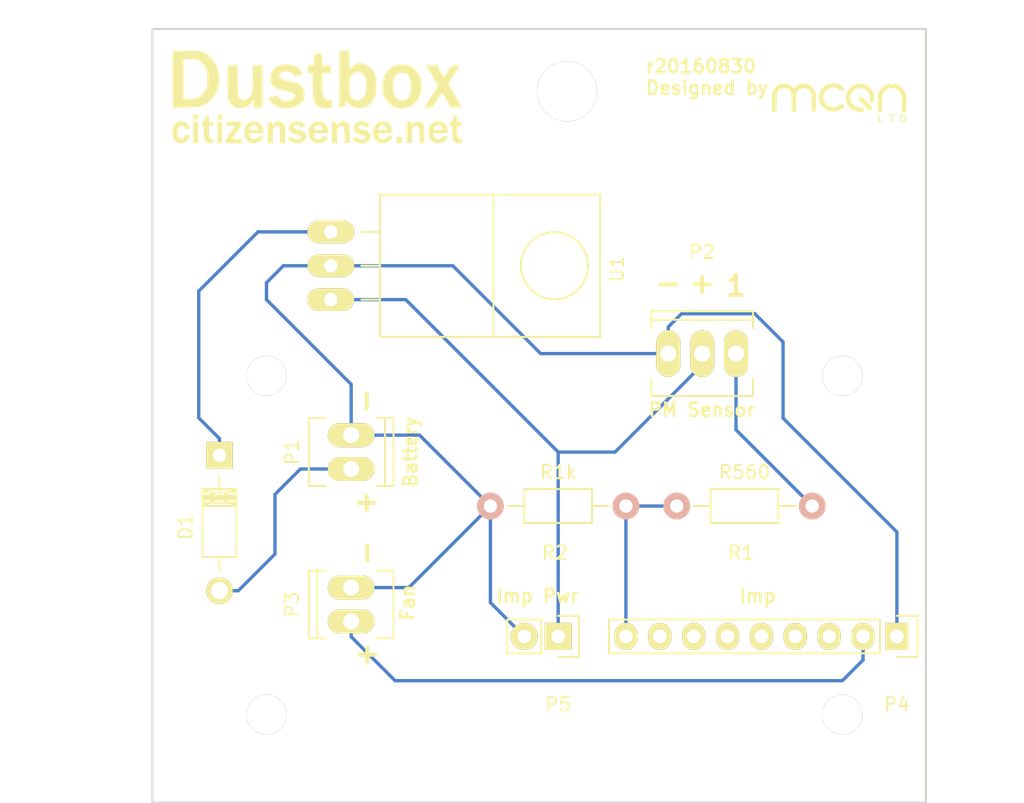
<source format=kicad_pcb>

(kicad_pcb
  (version 20160815)
  (host pcbnew 4.1.0-alpha+201608281547+7098~46~ubuntu15.04.1-product)
  (general
    (links 0)
    (no_connects 0)
    (area 103.826286 19.96802 179.335429 80.322719)
    (thickness 1.6)
    (drawings 17)
    (tracks 46)
    (zones 0)
    (modules 19)
    (nets 14))
  (page A4)
  (layers
    (0 F.Cu signal)
    (31 B.Cu signal)
    (32 B.Adhes user)
    (33 F.Adhes user)
    (34 B.Paste user)
    (35 F.Paste user)
    (36 B.SilkS user)
    (37 F.SilkS user)
    (38 B.Mask user)
    (39 F.Mask user)
    (40 Dwgs.User user)
    (41 Cmts.User user)
    (42 Eco1.User user)
    (43 Eco2.User user)
    (44 Edge.Cuts user)
    (45 Margin user)
    (46 B.CrtYd user)
    (47 F.CrtYd user)
    (48 B.Fab user)
    (49 F.Fab user))
  (setup
    (last_trace_width 0.25)
    (trace_clearance 0.2)
    (zone_clearance 0.508)
    (zone_45_only no)
    (trace_min 0.2)
    (segment_width 0.2)
    (edge_width 0.15)
    (via_size 0.8)
    (via_drill 0.4)
    (via_min_size 0.4)
    (via_min_drill 0.3)
    (uvia_size 0.3)
    (uvia_drill 0.1)
    (uvias_allowed no)
    (uvia_min_size 0.2)
    (uvia_min_drill 0.1)
    (pcb_text_width 0.3)
    (pcb_text_size 1.5 1.5)
    (mod_edge_width 0.15)
    (mod_text_size 1 1)
    (mod_text_width 0.15)
    (pad_size 1.524 1.524)
    (pad_drill 0.762)
    (pad_to_mask_clearance 0.2)
    (aux_axis_origin 0 0)
    (visible_elements FFFFFF7F)
    (pcbplotparams
      (layerselection 0x010ff_ffffffff)
      (usegerberextensions false)
      (excludeedgelayer true)
      (linewidth 0.1)
      (plotframeref false)
      (viasonmask false)
      (mode 1)
      (useauxorigin false)
      (hpglpennumber 1)
      (hpglpenspeed 20)
      (hpglpendiameter 15)
      (psnegative false)
      (psa4output false)
      (plotreference true)
      (plotvalue true)
      (plotinvisibletext false)
      (padsonsilk false)
      (subtractmaskfromsilk false)
      (outputformat 1)
      (mirror false)
      (drillshape 0)
      (scaleselection 1)
      (outputdirectory Output/)))
  (net 0 "")
  (net 1 "Net-(D1-Pad2)")
  (net 2 "Net-(D1-Pad1)")
  (net 3 "Net-(P1-Pad1)")
  (net 4 "Net-(P2-Pad2)")
  (net 5 "Net-(P2-Pad3)")
  (net 6 "Net-(P3-Pad1)")
  (net 7 "Net-(P4-Pad3)")
  (net 8 "Net-(P4-Pad4)")
  (net 9 "Net-(P4-Pad5)")
  (net 10 "Net-(P4-Pad6)")
  (net 11 "Net-(P4-Pad7)")
  (net 12 "Net-(P4-Pad8)")
  (net 13 "Net-(P4-Pad9)")
  (net_class Default "This is the default net class."
    (clearance 0.2)
    (trace_width 0.25)
    (via_dia 0.8)
    (via_drill 0.4)
    (uvia_dia 0.3)
    (uvia_drill 0.1)
    (diff_pair_gap 0.25)
    (diff_pair_width 0.2)
    (add_net "Net-(D1-Pad1)")
    (add_net "Net-(D1-Pad2)")
    (add_net "Net-(P1-Pad1)")
    (add_net "Net-(P2-Pad2)")
    (add_net "Net-(P2-Pad3)")
    (add_net "Net-(P3-Pad1)")
    (add_net "Net-(P4-Pad3)")
    (add_net "Net-(P4-Pad4)")
    (add_net "Net-(P4-Pad5)")
    (add_net "Net-(P4-Pad6)")
    (add_net "Net-(P4-Pad7)")
    (add_net "Net-(P4-Pad8)")
    (add_net "Net-(P4-Pad9)"))
  (module Mounting_Holes:MountingHole_3mm
    (layer F.Cu)
    (tedit 57C02040)
    (tstamp 57C02814)
    (at 165.735 73.66)
    (descr "Mounting hole, Befestigungsbohrung, 3mm, No Annular, Kein Restring,")
    (tags "Mounting hole, Befestigungsbohrung, 3mm, No Annular, Kein Restring,")
    (fp_text reference REF**_5
      (at 0 -4.0005)
      (layer F.Fab)
      (effects
        (font
          (size 1 1)
          (thickness 0.15))))
    (fp_text value MountingHole_3mm
      (at 1.00076 5.00126)
      (layer F.Fab)
      (effects
        (font
          (size 1 1)
          (thickness 0.15))))
    (fp_circle
      (center 0 0)
      (end 3 0)
      (layer Cmts.User)
      (width 0.381))
    (pad 1 thru_hole circle
      (at 0 0)
      (size 3 3)
      (drill 3)))
  (module Mounting_Holes:MountingHole_3mm
    (layer F.Cu)
    (tedit 57C020F0)
    (tstamp 57C0280F)
    (at 122.555 73.66)
    (descr "Mounting hole, Befestigungsbohrung, 3mm, No Annular, Kein Restring,")
    (tags "Mounting hole, Befestigungsbohrung, 3mm, No Annular, Kein Restring,")
    (fp_text reference REF**_4
      (at 0 -4.0005)
      (layer F.Fab)
      (effects
        (font
          (size 1 1)
          (thickness 0.15))))
    (fp_text value MountingHole_3mm
      (at 1.00076 5.00126)
      (layer F.Fab)
      (effects
        (font
          (size 1 1)
          (thickness 0.15))))
    (fp_circle
      (center 0 0)
      (end 3 0)
      (layer Cmts.User)
      (width 0.381))
    (pad 1 thru_hole circle
      (at 0 0)
      (size 3 3)
      (drill 3)))
  (module Mounting_Holes:MountingHole_3mm
    (layer F.Cu)
    (tedit 57C01F6D)
    (tstamp 57C02807)
    (at 122.555 48.26)
    (descr "Mounting hole, Befestigungsbohrung, 3mm, No Annular, Kein Restring,")
    (tags "Mounting hole, Befestigungsbohrung, 3mm, No Annular, Kein Restring,")
    (fp_text reference REF**_3
      (at 0 -4.0005)
      (layer F.Fab)
      (effects
        (font
          (size 1 1)
          (thickness 0.15))))
    (fp_text value MountingHole_3mm
      (at 1.00076 5.00126)
      (layer F.Fab)
      (effects
        (font
          (size 1 1)
          (thickness 0.15))))
    (fp_circle
      (center 0 0)
      (end 3 0)
      (layer Cmts.User)
      (width 0.381))
    (pad 1 thru_hole circle
      (at 0 0)
      (size 3 3)
      (drill 3)))
  (module Diodes_ThroughHole:Diode_DO-41_SOD81_Horizontal_RM10
    (layer F.Cu)
    (tedit 552FFCCE)
    (tstamp 57B729E0)
    (at 119.024338 54.212718 270)
    (descr "Diode, DO-41, SOD81, Horizontal, RM 10mm,")
    (tags "Diode, DO-41, SOD81, Horizontal, RM 10mm, 1N4007, SB140,")
    (path /57B5BC50)
    (fp_text reference D1
      (at 5.38734 2.53746 270)
      (layer F.SilkS)
      (effects
        (font
          (size 1 1)
          (thickness 0.15))))
    (fp_text value 1N5817
      (at 4.37134 -3.55854 270)
      (layer F.Fab)
      (effects
        (font
          (size 1 1)
          (thickness 0.15))))
    (fp_line
      (start 7.62 -0.00254)
      (end 8.636 -0.00254)
      (layer F.SilkS)
      (width 0.15))
    (fp_line
      (start 2.794 -0.00254)
      (end 1.524 -0.00254)
      (layer F.SilkS)
      (width 0.15))
    (fp_line
      (start 3.048 -1.27254)
      (end 3.048 1.26746)
      (layer F.SilkS)
      (width 0.15))
    (fp_line
      (start 3.302 -1.27254)
      (end 3.302 1.26746)
      (layer F.SilkS)
      (width 0.15))
    (fp_line
      (start 3.556 -1.27254)
      (end 3.556 1.26746)
      (layer F.SilkS)
      (width 0.15))
    (fp_line
      (start 2.794 -1.27254)
      (end 2.794 1.26746)
      (layer F.SilkS)
      (width 0.15))
    (fp_line
      (start 3.81 -1.27254)
      (end 2.54 1.26746)
      (layer F.SilkS)
      (width 0.15))
    (fp_line
      (start 2.54 -1.27254)
      (end 3.81 1.26746)
      (layer F.SilkS)
      (width 0.15))
    (fp_line
      (start 3.81 -1.27254)
      (end 3.81 1.26746)
      (layer F.SilkS)
      (width 0.15))
    (fp_line
      (start 3.175 -1.27254)
      (end 3.175 1.26746)
      (layer F.SilkS)
      (width 0.15))
    (fp_line
      (start 2.54 1.26746)
      (end 2.54 -1.27254)
      (layer F.SilkS)
      (width 0.15))
    (fp_line
      (start 2.54 -1.27254)
      (end 7.62 -1.27254)
      (layer F.SilkS)
      (width 0.15))
    (fp_line
      (start 7.62 -1.27254)
      (end 7.62 1.26746)
      (layer F.SilkS)
      (width 0.15))
    (fp_line
      (start 7.62 1.26746)
      (end 2.54 1.26746)
      (layer F.SilkS)
      (width 0.15))
    (pad 2 thru_hole circle
      (at 10.16 -0.00254 90)
      (size 1.99898 1.99898)
      (drill 1.27)
      (layers *.Cu *.Mask F.SilkS)
      (net 1 "Net-(D1-Pad2)"))
    (pad 1 thru_hole rect
      (at 0 -0.00254 90)
      (size 1.99898 1.99898)
      (drill 1.00076)
      (layers *.Cu *.Mask F.SilkS)
      (net 2 "Net-(D1-Pad1)"))
    (model ${KISYS3DMOD}/Diodes_ThroughHole.3dshapes/Diode_DO-35_SOD27_Horizontal_RM10.wrl
      (at
        (xyz 0.1968503937007874 0 0))
      (scale
        (xyz 0.4 0.4 0.4))
      (rotate
        (xyz 0 0 0))))
  (module Sockets_MOLEX_KK-System:Socket_MOLEX-KK-RM2-54mm_Lock_2pin_straight
    (layer F.Cu)
    (tedit 57C01F99)
    (tstamp 57B729E6)
    (at 128.905 53.975 270)
    (descr "Socket, MOLEX, KK, RM 2.54mm, Lock, 2pin, straight,")
    (tags "Socket, MOLEX, KK, RM 2.54mm, Lock, 2pin, straight,")
    (path /57B5B4A2)
    (fp_text reference P1
      (at 0 4.445 270)
      (layer F.SilkS)
      (effects
        (font
          (size 1 1)
          (thickness 0.15))))
    (fp_text value CONN_BATT
      (at -0.635 5.08 270)
      (layer F.Fab)
      (effects
        (font
          (size 1 1)
          (thickness 0.15))))
    (fp_line
      (start -2.54 -2.54)
      (end 2.54 -2.54)
      (layer F.SilkS)
      (width 0.15))
    (fp_line
      (start 2.54 3.175)
      (end 2.54 1.905)
      (layer F.SilkS)
      (width 0.15))
    (fp_line
      (start 2.54 -2.54)
      (end 2.54 -1.905)
      (layer F.SilkS)
      (width 0.15))
    (fp_line
      (start -2.54 2.54)
      (end -2.54 1.905)
      (layer F.SilkS)
      (width 0.15))
    (fp_line
      (start -2.54 -2.54)
      (end -2.54 -1.905)
      (layer F.SilkS)
      (width 0.15))
    (fp_line
      (start -2.54 -2.54)
      (end -2.54 -3.175)
      (layer F.SilkS)
      (width 0.15))
    (fp_line
      (start -2.54 -3.175)
      (end 2.54 -3.175)
      (layer F.SilkS)
      (width 0.15))
    (fp_line
      (start 2.54 -3.175)
      (end 2.54 -2.54)
      (layer F.SilkS)
      (width 0.15))
    (fp_line
      (start 2.54 3.175)
      (end -2.54 3.175)
      (layer F.SilkS)
      (width 0.15))
    (fp_line
      (start -2.54 3.175)
      (end -2.54 2.54)
      (layer F.SilkS)
      (width 0.15))
    (pad 1 thru_hole oval
      (at -1.27 0 270)
      (size 1.80086 3.50012)
      (drill 1.19888)
      (layers *.Cu *.Mask F.SilkS)
      (net 3 "Net-(P1-Pad1)"))
    (pad 2 thru_hole oval
      (at 1.27 0 270)
      (size 1.80086 3.50012)
      (drill 1.19888)
      (layers *.Cu *.Mask F.SilkS)
      (net 1 "Net-(D1-Pad2)"))
    (model ${KISYS3DMOD}/Terminal_Blocks.3dshapes/Pheonix_MKDS1.5-2pol.wrl
      (at
        (xyz 0 0 0))
      (scale
        (xyz 1 1 1))
      (rotate
        (xyz 0 0 0))))
  (module Sockets_MOLEX_KK-System:Socket_MOLEX-KK-RM2-54mm_Lock_3pin_straight
    (layer F.Cu)
    (tedit 0)
    (tstamp 57B729ED)
    (at 155.221878 46.592718)
    (descr "Socket, MOLEX, KK, RM 2.54mm, Lock, 3pin, straight,")
    (tags "Socket, MOLEX, KK, RM 2.54mm, Lock, 3pin, straight,")
    (path /57B4DB8F)
    (fp_text reference P2
      (at 0 -7.62)
      (layer F.SilkS)
      (effects
        (font
          (size 1 1)
          (thickness 0.15))))
    (fp_text value CONN_PM2.5_SENSOR
      (at 0 5.08)
      (layer F.Fab)
      (effects
        (font
          (size 1 1)
          (thickness 0.15))))
    (fp_line
      (start 3.81 -2.54)
      (end -3.81 -2.54)
      (layer F.SilkS)
      (width 0.15))
    (fp_line
      (start 3.81 1.905)
      (end 3.81 3.175)
      (layer F.SilkS)
      (width 0.15))
    (fp_line
      (start -3.81 -1.905)
      (end -3.81 -3.175)
      (layer F.SilkS)
      (width 0.15))
    (fp_line
      (start -3.81 -3.175)
      (end 3.81 -3.175)
      (layer F.SilkS)
      (width 0.15))
    (fp_line
      (start 3.81 -3.175)
      (end 3.81 -1.905)
      (layer F.SilkS)
      (width 0.15))
    (fp_line
      (start 3.81 3.175)
      (end -3.81 3.175)
      (layer F.SilkS)
      (width 0.15))
    (fp_line
      (start -3.81 3.175)
      (end -3.81 1.905)
      (layer F.SilkS)
      (width 0.15))
    (pad 1 thru_hole oval
      (at -2.54 0)
      (size 1.80086 3.50012)
      (drill 1.19888)
      (layers *.Cu *.Mask F.SilkS)
      (net 3 "Net-(P1-Pad1)"))
    (pad 2 thru_hole oval
      (at 0 0)
      (size 1.80086 3.50012)
      (drill 1.19888)
      (layers *.Cu *.Mask F.SilkS)
      (net 4 "Net-(P2-Pad2)"))
    (pad 3 thru_hole oval
      (at 2.54 0)
      (size 1.80086 3.50012)
      (drill 1.19888)
      (layers *.Cu *.Mask F.SilkS)
      (net 5 "Net-(P2-Pad3)"))
    (model ${KISYS3DMOD}/Terminal_Blocks.3dshapes/Pheonix_MKDS1.5-3pol.wrl
      (at
        (xyz 0 0 0))
      (scale
        (xyz 1 1 1))
      (rotate
        (xyz 0 0 0))))
  (module Sockets_MOLEX_KK-System:Socket_MOLEX-KK-RM2-54mm_Lock_2pin_straight
    (layer F.Cu)
    (tedit 0)
    (tstamp 57B729F3)
    (at 128.905 65.405 90)
    (descr "Socket, MOLEX, KK, RM 2.54mm, Lock, 2pin, straight,")
    (tags "Socket, MOLEX, KK, RM 2.54mm, Lock, 2pin, straight,")
    (path /57B4DDEB)
    (fp_text reference P3
      (at 0 -4.445 90)
      (layer F.SilkS)
      (effects
        (font
          (size 1 1)
          (thickness 0.15))))
    (fp_text value CONN_FAN
      (at -0.635 5.08 90)
      (layer F.Fab)
      (effects
        (font
          (size 1 1)
          (thickness 0.15))))
    (fp_line
      (start -2.54 -2.54)
      (end 2.54 -2.54)
      (layer F.SilkS)
      (width 0.15))
    (fp_line
      (start 2.54 3.175)
      (end 2.54 1.905)
      (layer F.SilkS)
      (width 0.15))
    (fp_line
      (start 2.54 -2.54)
      (end 2.54 -1.905)
      (layer F.SilkS)
      (width 0.15))
    (fp_line
      (start -2.54 2.54)
      (end -2.54 1.905)
      (layer F.SilkS)
      (width 0.15))
    (fp_line
      (start -2.54 -2.54)
      (end -2.54 -1.905)
      (layer F.SilkS)
      (width 0.15))
    (fp_line
      (start -2.54 -2.54)
      (end -2.54 -3.175)
      (layer F.SilkS)
      (width 0.15))
    (fp_line
      (start -2.54 -3.175)
      (end 2.54 -3.175)
      (layer F.SilkS)
      (width 0.15))
    (fp_line
      (start 2.54 -3.175)
      (end 2.54 -2.54)
      (layer F.SilkS)
      (width 0.15))
    (fp_line
      (start 2.54 3.175)
      (end -2.54 3.175)
      (layer F.SilkS)
      (width 0.15))
    (fp_line
      (start -2.54 3.175)
      (end -2.54 2.54)
      (layer F.SilkS)
      (width 0.15))
    (pad 1 thru_hole oval
      (at -1.27 0 90)
      (size 1.80086 3.50012)
      (drill 1.19888)
      (layers *.Cu *.Mask F.SilkS)
      (net 6 "Net-(P3-Pad1)"))
    (pad 2 thru_hole oval
      (at 1.27 0 90)
      (size 1.80086 3.50012)
      (drill 1.19888)
      (layers *.Cu *.Mask F.SilkS)
      (net 3 "Net-(P1-Pad1)"))
    (model ${KISYS3DMOD}/Terminal_Blocks.3dshapes/Pheonix_MKDS1.5-2pol.wrl
      (at
        (xyz 0 0 0))
      (scale
        (xyz 1 1 1))
      (rotate
        (xyz 0 0 0))))
  (module Socket_Strips:Socket_Strip_Straight_1x09
    (layer F.Cu)
    (tedit 0)
    (tstamp 57B72A00)
    (at 169.826878 67.801718 180)
    (descr "Through hole socket strip")
    (tags "socket strip")
    (path /57B4E3D2)
    (fp_text reference P4
      (at 0 -5.1 180)
      (layer F.SilkS)
      (effects
        (font
          (size 1 1)
          (thickness 0.15))))
    (fp_text value CONN_APRIL_IMP
      (at 5.08 -3.1 180)
      (layer F.Fab)
      (effects
        (font
          (size 1 1)
          (thickness 0.15))))
    (fp_line
      (start -1.75 -1.75)
      (end -1.75 1.75)
      (layer F.CrtYd)
      (width 0.05))
    (fp_line
      (start 22.1 -1.75)
      (end 22.1 1.75)
      (layer F.CrtYd)
      (width 0.05))
    (fp_line
      (start -1.75 -1.75)
      (end 22.1 -1.75)
      (layer F.CrtYd)
      (width 0.05))
    (fp_line
      (start -1.75 1.75)
      (end 22.1 1.75)
      (layer F.CrtYd)
      (width 0.05))
    (fp_line
      (start 1.27 1.27)
      (end 21.59 1.27)
      (layer F.SilkS)
      (width 0.15))
    (fp_line
      (start 21.59 1.27)
      (end 21.59 -1.27)
      (layer F.SilkS)
      (width 0.15))
    (fp_line
      (start 21.59 -1.27)
      (end 1.27 -1.27)
      (layer F.SilkS)
      (width 0.15))
    (fp_line
      (start -1.55 1.55)
      (end 0 1.55)
      (layer F.SilkS)
      (width 0.15))
    (fp_line
      (start 1.27 1.27)
      (end 1.27 -1.27)
      (layer F.SilkS)
      (width 0.15))
    (fp_line
      (start 0 -1.55)
      (end -1.55 -1.55)
      (layer F.SilkS)
      (width 0.15))
    (fp_line
      (start -1.55 -1.55)
      (end -1.55 1.55)
      (layer F.SilkS)
      (width 0.15))
    (pad 1 thru_hole rect
      (at 0 0 180)
      (size 1.7272 2.032)
      (drill 1.016)
      (layers *.Cu *.Mask F.SilkS)
      (net 3 "Net-(P1-Pad1)"))
    (pad 2 thru_hole oval
      (at 2.54 0 180)
      (size 1.7272 2.032)
      (drill 1.016)
      (layers *.Cu *.Mask F.SilkS)
      (net 6 "Net-(P3-Pad1)"))
    (pad 3 thru_hole oval
      (at 5.08 0 180)
      (size 1.7272 2.032)
      (drill 1.016)
      (layers *.Cu *.Mask F.SilkS)
      (net 7 "Net-(P4-Pad3)"))
    (pad 4 thru_hole oval
      (at 7.62 0 180)
      (size 1.7272 2.032)
      (drill 1.016)
      (layers *.Cu *.Mask F.SilkS)
      (net 8 "Net-(P4-Pad4)"))
    (pad 5 thru_hole oval
      (at 10.16 0 180)
      (size 1.7272 2.032)
      (drill 1.016)
      (layers *.Cu *.Mask F.SilkS)
      (net 9 "Net-(P4-Pad5)"))
    (pad 6 thru_hole oval
      (at 12.7 0 180)
      (size 1.7272 2.032)
      (drill 1.016)
      (layers *.Cu *.Mask F.SilkS)
      (net 10 "Net-(P4-Pad6)"))
    (pad 7 thru_hole oval
      (at 15.24 0 180)
      (size 1.7272 2.032)
      (drill 1.016)
      (layers *.Cu *.Mask F.SilkS)
      (net 11 "Net-(P4-Pad7)"))
    (pad 8 thru_hole oval
      (at 17.78 0 180)
      (size 1.7272 2.032)
      (drill 1.016)
      (layers *.Cu *.Mask F.SilkS)
      (net 12 "Net-(P4-Pad8)"))
    (pad 9 thru_hole oval
      (at 20.32 0 180)
      (size 1.7272 2.032)
      (drill 1.016)
      (layers *.Cu *.Mask F.SilkS)
      (net 13 "Net-(P4-Pad9)"))
    (model Socket_Strips.3dshapes/Socket_Strip_Straight_1x09.wrl
      (at
        (xyz 0.4 0 0))
      (scale
        (xyz 1 1 1))
      (rotate
        (xyz 0 0 180))))
  (module Socket_Strips:Socket_Strip_Straight_1x02
    (layer F.Cu)
    (tedit 54E9F75E)
    (tstamp 57B72A06)
    (at 144.426878 67.801718 180)
    (descr "Through hole socket strip")
    (tags "socket strip")
    (path /57B4E352)
    (fp_text reference P5
      (at 0 -5.1 180)
      (layer F.SilkS)
      (effects
        (font
          (size 1 1)
          (thickness 0.15))))
    (fp_text value CONN_APRIL_POWER
      (at 0 -3.1 180)
      (layer F.Fab)
      (effects
        (font
          (size 1 1)
          (thickness 0.15))))
    (fp_line
      (start -1.55 1.55)
      (end 0 1.55)
      (layer F.SilkS)
      (width 0.15))
    (fp_line
      (start 3.81 1.27)
      (end 1.27 1.27)
      (layer F.SilkS)
      (width 0.15))
    (fp_line
      (start -1.75 -1.75)
      (end -1.75 1.75)
      (layer F.CrtYd)
      (width 0.05))
    (fp_line
      (start 4.3 -1.75)
      (end 4.3 1.75)
      (layer F.CrtYd)
      (width 0.05))
    (fp_line
      (start -1.75 -1.75)
      (end 4.3 -1.75)
      (layer F.CrtYd)
      (width 0.05))
    (fp_line
      (start -1.75 1.75)
      (end 4.3 1.75)
      (layer F.CrtYd)
      (width 0.05))
    (fp_line
      (start 1.27 1.27)
      (end 1.27 -1.27)
      (layer F.SilkS)
      (width 0.15))
    (fp_line
      (start 0 -1.55)
      (end -1.55 -1.55)
      (layer F.SilkS)
      (width 0.15))
    (fp_line
      (start -1.55 -1.55)
      (end -1.55 1.55)
      (layer F.SilkS)
      (width 0.15))
    (fp_line
      (start 1.27 -1.27)
      (end 3.81 -1.27)
      (layer F.SilkS)
      (width 0.15))
    (fp_line
      (start 3.81 -1.27)
      (end 3.81 1.27)
      (layer F.SilkS)
      (width 0.15))
    (pad 1 thru_hole rect
      (at 0 0 180)
      (size 2.032 2.032)
      (drill 1.016)
      (layers *.Cu *.Mask F.SilkS)
      (net 4 "Net-(P2-Pad2)"))
    (pad 2 thru_hole oval
      (at 2.54 0 180)
      (size 2.032 2.032)
      (drill 1.016)
      (layers *.Cu *.Mask F.SilkS)
      (net 3 "Net-(P1-Pad1)"))
    (model Socket_Strips.3dshapes/Socket_Strip_Straight_1x02.wrl
      (at
        (xyz 0.05 0 0))
      (scale
        (xyz 1 1 1))
      (rotate
        (xyz 0 0 180))))
  (module Resistors_ThroughHole:Resistor_Horizontal_RM10mm
    (layer F.Cu)
    (tedit 57C014AE)
    (tstamp 57B72A0C)
    (at 158.396878 58.022718 180)
    (descr "Resistor, Axial,  RM 10mm, 1/3W,")
    (tags "Resistor, Axial, RM 10mm, 1/3W,")
    (path /57B4DC47)
    (fp_text reference R1
      (at 0.24892 -3.50012 180)
      (layer F.SilkS)
      (effects
        (font
          (size 1 1)
          (thickness 0.15))))
    (fp_text value R560
      (at 0 2.54 180)
      (layer F.SilkS)
      (effects
        (font
          (size 1 1)
          (thickness 0.15))))
    (fp_line
      (start -2.54 -1.27)
      (end 2.54 -1.27)
      (layer F.SilkS)
      (width 0.15))
    (fp_line
      (start 2.54 -1.27)
      (end 2.54 1.27)
      (layer F.SilkS)
      (width 0.15))
    (fp_line
      (start 2.54 1.27)
      (end -2.54 1.27)
      (layer F.SilkS)
      (width 0.15))
    (fp_line
      (start -2.54 1.27)
      (end -2.54 -1.27)
      (layer F.SilkS)
      (width 0.15))
    (fp_line
      (start -2.54 0)
      (end -3.81 0)
      (layer F.SilkS)
      (width 0.15))
    (fp_line
      (start 2.54 0)
      (end 3.81 0)
      (layer F.SilkS)
      (width 0.15))
    (pad 1 thru_hole circle
      (at -5.08 0 180)
      (size 1.99898 1.99898)
      (drill 1.00076)
      (layers *.Cu *.SilkS *.Mask)
      (net 5 "Net-(P2-Pad3)"))
    (pad 2 thru_hole circle
      (at 5.08 0 180)
      (size 1.99898 1.99898)
      (drill 1.00076)
      (layers *.Cu *.SilkS *.Mask)
      (net 13 "Net-(P4-Pad9)"))
    (model Resistors_ThroughHole.3dshapes/Resistor_Horizontal_RM10mm.wrl
      (at
        (xyz 0 0 0))
      (scale
        (xyz 0.4 0.4 0.4))
      (rotate
        (xyz 0 0 0))))
  (module Resistors_ThroughHole:Resistor_Horizontal_RM10mm
    (layer F.Cu)
    (tedit 57C014B8)
    (tstamp 57B72A12)
    (at 144.426878 58.022718 180)
    (descr "Resistor, Axial,  RM 10mm, 1/3W,")
    (tags "Resistor, Axial, RM 10mm, 1/3W,")
    (path /57B4DBF3)
    (fp_text reference R2
      (at 0.24892 -3.50012 180)
      (layer F.SilkS)
      (effects
        (font
          (size 1 1)
          (thickness 0.15))))
    (fp_text value R1k
      (at 0 2.54 180)
      (layer F.SilkS)
      (effects
        (font
          (size 1 1)
          (thickness 0.15))))
    (fp_line
      (start -2.54 -1.27)
      (end 2.54 -1.27)
      (layer F.SilkS)
      (width 0.15))
    (fp_line
      (start 2.54 -1.27)
      (end 2.54 1.27)
      (layer F.SilkS)
      (width 0.15))
    (fp_line
      (start 2.54 1.27)
      (end -2.54 1.27)
      (layer F.SilkS)
      (width 0.15))
    (fp_line
      (start -2.54 1.27)
      (end -2.54 -1.27)
      (layer F.SilkS)
      (width 0.15))
    (fp_line
      (start -2.54 0)
      (end -3.81 0)
      (layer F.SilkS)
      (width 0.15))
    (fp_line
      (start 2.54 0)
      (end 3.81 0)
      (layer F.SilkS)
      (width 0.15))
    (pad 1 thru_hole circle
      (at -5.08 0 180)
      (size 1.99898 1.99898)
      (drill 1.00076)
      (layers *.Cu *.SilkS *.Mask)
      (net 13 "Net-(P4-Pad9)"))
    (pad 2 thru_hole circle
      (at 5.08 0 180)
      (size 1.99898 1.99898)
      (drill 1.00076)
      (layers *.Cu *.SilkS *.Mask)
      (net 3 "Net-(P1-Pad1)"))
    (model Resistors_ThroughHole.3dshapes/Resistor_Horizontal_RM10mm.wrl
      (at
        (xyz 0 0 0))
      (scale
        (xyz 0.4 0.4 0.4))
      (rotate
        (xyz 0 0 0))))
  (module "MCQN Ltd:TO-220_Regulator_Horizontal_LargePads"
    (layer F.Cu)
    (tedit 57BB2AB8)
    (tstamp 57BB3908)
    (at 127.381 40.005 270)
    (descr "TO-220, Neutral, Horizontal, Large Pads,")
    (tags "TO-220, Neutral, Horizontal, Large Pads,")
    (path /57B5B5D8)
    (fp_text reference U1
      (at 0.24892 -21.446718 270)
      (layer F.SilkS)
      (effects
        (font
          (size 1 1)
          (thickness 0.15))))
    (fp_text value LF50CV
      (at 0 -10.16 270)
      (layer F.Fab)
      (effects
        (font
          (size 1 1)
          (thickness 0.15))))
    (fp_line
      (start -2.54 -3.683)
      (end -2.54 -2.286)
      (layer F.SilkS)
      (width 0.15))
    (fp_line
      (start 0 -3.683)
      (end 0 -2.286)
      (layer F.SilkS)
      (width 0.15))
    (fp_line
      (start 2.54 -3.683)
      (end 2.54 -2.286)
      (layer F.SilkS)
      (width 0.15))
    (fp_line
      (start 5.334 -12.192)
      (end 5.334 -20.193)
      (layer F.SilkS)
      (width 0.15))
    (fp_line
      (start 5.334 -20.193)
      (end -5.334 -20.193)
      (layer F.SilkS)
      (width 0.15))
    (fp_line
      (start -5.334 -20.193)
      (end -5.334 -12.192)
      (layer F.SilkS)
      (width 0.15))
    (fp_line
      (start 5.334 -3.683)
      (end 5.334 -12.192)
      (layer F.SilkS)
      (width 0.15))
    (fp_line
      (start 5.334 -12.192)
      (end -5.334 -12.192)
      (layer F.SilkS)
      (width 0.15))
    (fp_line
      (start -5.334 -12.192)
      (end -5.334 -3.683)
      (layer F.SilkS)
      (width 0.15))
    (fp_line
      (start 0 -3.683)
      (end -5.334 -3.683)
      (layer F.SilkS)
      (width 0.15))
    (fp_line
      (start 0 -3.683)
      (end 5.334 -3.683)
      (layer F.SilkS)
      (width 0.15))
    (fp_circle
      (center 0 -16.764)
      (end 1.778 -14.986)
      (layer F.SilkS)
      (width 0.15))
    (pad GND thru_hole oval
      (at 0 0)
      (size 3.50012 1.69926)
      (drill 1.00076)
      (layers *.Cu *.Mask F.SilkS)
      (net 3 "Net-(P1-Pad1)"))
    (pad VI thru_hole oval
      (at -2.54 0)
      (size 3.50012 1.69926)
      (drill 1.00076)
      (layers *.Cu *.Mask F.SilkS)
      (net 2 "Net-(D1-Pad1)"))
    (pad VO thru_hole oval
      (at 2.54 0)
      (size 3.50012 1.69926)
      (drill 1.00076)
      (layers *.Cu *.Mask F.SilkS)
      (net 4 "Net-(P2-Pad2)"))
    (pad "" np_thru_hole circle
      (at 0 -16.764)
      (size 3.79984 3.79984)
      (drill 3.79984)
      (layers *.Cu *.Mask F.SilkS))
    (model Transistors_TO-220.3dshapes/TO-220_Bipolar-BCE_Horizontal_LargePads.wrl
      (at
        (xyz 0 0 0))
      (scale
        (xyz 0.3937 0.3937 0.3937))
      (rotate
        (xyz 0 0 0))))
  (module "MCQN Ltd:mcqn-logo-10mm"
    (layer F.Cu)
    (tedit 0)
    (tstamp 57BC88D7)
    (at 165.487038 27.760574)
    (fp_text reference G***_5
      (at 0 0)
      (layer F.SilkS) hide
      (effects
        (font
          (thickness 0.3))))
    (fp_text value LOGO
      (at 0.75 0)
      (layer F.SilkS) hide
      (effects
        (font
          (thickness 0.3))))
    (fp_poly
      (pts
        (xy 3.019778 1.382889)
        (xy 3.153833 1.382889)
        (xy 3.215937 1.383134)
        (xy 3.255104 1.384796)
        (xy 3.276622 1.389267)
        (xy 3.285777 1.397938)
        (xy 3.287855 1.412199)
        (xy 3.287889 1.418167)
        (xy 3.287889 1.453444)
        (xy 2.934502 1.453444)
        (xy 2.938334 1.181805)
        (xy 2.942167 0.910167)
        (xy 2.980972 0.905701)
        (xy 3.019778 0.901236)
        (xy 3.019778 1.382889))
      (layer F.SilkS)
      (width 0.01))
    (fp_poly
      (pts
        (xy 4.176889 0.938389)
        (xy 4.175436 0.956819)
        (xy 4.166979 0.967368)
        (xy 4.145367 0.97223)
        (xy 4.10445 0.973602)
        (xy 4.078111 0.973667)
        (xy 3.979333 0.973667)
        (xy 3.979333 1.453444)
        (xy 3.894667 1.453444)
        (xy 3.894667 0.973667)
        (xy 3.802945 0.973667)
        (xy 3.753639 0.973048)
        (xy 3.726176 0.969557)
        (xy 3.71418 0.960742)
        (xy 3.711275 0.94415)
        (xy 3.711222 0.938389)
        (xy 3.711222 0.903111)
        (xy 4.176889 0.903111)
        (xy 4.176889 0.938389))
      (layer F.SilkS)
      (width 0.01))
    (fp_poly
      (pts
        (xy 4.786401 0.909787)
        (xy 4.878972 0.930467)
        (xy 4.949086 0.96613)
        (xy 4.998034 1.017754)
        (xy 5.027106 1.086317)
        (xy 5.037591 1.172797)
        (xy 5.037667 1.18189)
        (xy 5.026929 1.273313)
        (xy 4.995101 1.3472)
        (xy 4.942764 1.402454)
        (xy 4.911205 1.421694)
        (xy 4.875368 1.437292)
        (xy 4.837784 1.446902)
        (xy 4.79013 1.451839)
        (xy 4.724081 1.453416)
        (xy 4.710121 1.453444)
        (xy 4.572 1.453444)
        (xy 4.572 1.382889)
        (xy 4.656667 1.382889)
        (xy 4.740669 1.382889)
        (xy 4.793056 1.380161)
        (xy 4.838982 1.373136)
        (xy 4.860416 1.366603)
        (xy 4.903544 1.332626)
        (xy 4.933054 1.280807)
        (xy 4.948589 1.218214)
        (xy 4.94979 1.151921)
        (xy 4.936299 1.088996)
        (xy 4.907756 1.036511)
        (xy 4.878511 1.009692)
        (xy 4.846467 0.996544)
        (xy 4.797618 0.984963)
        (xy 4.750333 0.978332)
        (xy 4.656667 0.969585)
        (xy 4.656667 1.382889)
        (xy 4.572 1.382889)
        (xy 4.572 0.903111)
        (xy 4.670083 0.903111)
        (xy 4.786401 0.909787))
      (layer F.SilkS)
      (width 0.01))
    (fp_poly
      (pts
        (xy 4.077879 -1.414609)
        (xy 4.172661 -1.404593)
        (xy 4.259474 -1.385003)
        (xy 4.348221 -1.35355)
        (xy 4.448806 -1.307943)
        (xy 4.45833 -1.303285)
        (xy 4.593694 -1.221581)
        (xy 4.71724 -1.116637)
        (xy 4.825869 -0.992056)
        (xy 4.916478 -0.85144)
        (xy 4.985968 -0.698393)
        (xy 4.99099 -0.684389)
        (xy 5.030611 -0.5715)
        (xy 5.030611 0.620328)
        (xy 4.98696 0.663988)
        (xy 4.930919 0.702982)
        (xy 4.869424 0.716299)
        (xy 4.807678 0.703216)
        (xy 4.786345 0.691876)
        (xy 4.764595 0.677334)
        (xy 4.746789 0.661724)
        (xy 4.732531 0.642228)
        (xy 4.721427 0.616025)
        (xy 4.71308 0.580295)
        (xy 4.707096 0.53222)
        (xy 4.703079 0.468978)
        (xy 4.700633 0.387751)
        (xy 4.699364 0.285717)
        (xy 4.698876 0.160059)
        (xy 4.698791 0.067481)
        (xy 4.698469 -0.075592)
        (xy 4.697561 -0.193377)
        (xy 4.695963 -0.288805)
        (xy 4.693571 -0.364807)
        (xy 4.690278 -0.424313)
        (xy 4.68598 -0.470254)
        (xy 4.680572 -0.50556)
        (xy 4.677755 -0.518728)
        (xy 4.632146 -0.653)
        (xy 4.562974 -0.774848)
        (xy 4.473055 -0.881284)
        (xy 4.365208 -0.969319)
        (xy 4.242249 -1.035963)
        (xy 4.163744 -1.064043)
        (xy 4.095732 -1.077451)
        (xy 4.011549 -1.084552)
        (xy 3.922582 -1.085119)
        (xy 3.840218 -1.078927)
        (xy 3.796281 -1.071324)
        (xy 3.675193 -1.029498)
        (xy 3.561575 -0.963502)
        (xy 3.45926 -0.877152)
        (xy 3.372079 -0.774264)
        (xy 3.303866 -0.658655)
        (xy 3.258989 -0.536222)
        (xy 3.254024 -0.502527)
        (xy 3.249455 -0.441884)
        (xy 3.245331 -0.355564)
        (xy 3.241699 -0.24484)
        (xy 3.23861 -0.110984)
        (xy 3.23611 0.044733)
        (xy 3.235781 0.070555)
        (xy 3.233956 0.213816)
        (xy 3.232124 0.331589)
        (xy 3.22994 0.42661)
        (xy 3.227062 0.501611)
        (xy 3.223147 0.559327)
        (xy 3.217851 0.60249)
        (xy 3.210831 0.633835)
        (xy 3.201743 0.656095)
        (xy 3.190245 0.672003)
        (xy 3.175994 0.684294)
        (xy 3.158645 0.695701)
        (xy 3.157165 0.696625)
        (xy 3.095678 0.721109)
        (xy 3.030524 0.72458)
        (xy 3.023425 0.723474)
        (xy 2.98437 0.705105)
        (xy 2.944863 0.669234)
        (xy 2.913411 0.62512)
        (xy 2.899445 0.588505)
        (xy 2.897677 0.564472)
        (xy 2.896319 0.515614)
        (xy 2.895389 0.445321)
        (xy 2.894903 0.356989)
        (xy 2.89488 0.254009)
        (xy 2.895335 0.139775)
        (xy 2.896287 0.01768)
        (xy 2.896463 -8.5e-05)
        (xy 2.898063 -0.147882)
        (xy 2.899873 -0.27081)
        (xy 2.902336 -0.37222)
        (xy 2.905897 -0.455464)
        (xy 2.910999 -0.523895)
        (xy 2.918087 -0.580865)
        (xy 2.927604 -0.629725)
        (xy 2.939994 -0.673827)
        (xy 2.955703 -0.716523)
        (xy 2.975172 -0.761165)
        (xy 2.998848 -0.811105)
        (xy 3.00581 -0.8255)
        (xy 3.091717 -0.971063)
        (xy 3.199808 -1.100871)
        (xy 3.327099 -1.211941)
        (xy 3.470606 -1.301288)
        (xy 3.4925 -1.312222)
        (xy 3.591009 -1.35633)
        (xy 3.679688 -1.386726)
        (xy 3.76828 -1.405576)
        (xy 3.866529 -1.415048)
        (xy 3.965222 -1.417344)
        (xy 4.077879 -1.414609))
      (layer F.SilkS)
      (width 0.01))
    (fp_poly
      (pts
        (xy -2.466998 -1.406204)
        (xy -2.315509 -1.362336)
        (xy -2.225569 -1.322755)
        (xy -2.101489 -1.245419)
        (xy -1.990006 -1.145605)
        (xy -1.894395 -1.027472)
        (xy -1.817929 -0.895181)
        (xy -1.763879 -0.752889)
        (xy -1.756974 -0.727285)
        (xy -1.751209 -0.690239)
        (xy -1.746246 -0.630152)
        (xy -1.742086 -0.550583)
        (xy -1.738729 -0.455091)
        (xy -1.736173 -0.347235)
        (xy -1.734419 -0.230574)
        (xy -1.733466 -0.108665)
        (xy -1.733314 0.014931)
        (xy -1.733963 0.136657)
        (xy -1.735412 0.252953)
        (xy -1.737662 0.360261)
        (xy -1.740712 0.455023)
        (xy -1.744562 0.533678)
        (xy -1.749211 0.592669)
        (xy -1.75466 0.628436)
        (xy -1.757072 0.635462)
        (xy -1.795545 0.681555)
        (xy -1.849524 0.710024)
        (xy -1.910914 0.718724)
        (xy -1.97162 0.705509)
        (xy -1.988649 0.696856)
        (xy -2.00668 0.686109)
        (xy -2.021724 0.675373)
        (xy -2.03408 0.662133)
        (xy -2.044051 0.643873)
        (xy -2.051935 0.618075)
        (xy -2.058033 0.582224)
        (xy -2.062645 0.533803)
        (xy -2.066072 0.470295)
        (xy -2.068614 0.389185)
        (xy -2.070571 0.287955)
        (xy -2.072243 0.16409)
        (xy -2.073932 0.015072)
        (xy -2.074333 -0.021167)
        (xy -2.081389 -0.656167)
        (xy -2.126332 -0.75104)
        (xy -2.193227 -0.86233)
        (xy -2.278475 -0.954468)
        (xy -2.379337 -1.024594)
        (xy -2.39711 -1.033762)
        (xy -2.441312 -1.054545)
        (xy -2.477884 -1.067862)
        (xy -2.515524 -1.07536)
        (xy -2.562927 -1.078689)
        (xy -2.628791 -1.079495)
        (xy -2.638481 -1.0795)
        (xy -2.70763 -1.078841)
        (xy -2.757428 -1.075771)
        (xy -2.796737 -1.068655)
        (xy -2.834416 -1.055855)
        (xy -2.879328 -1.035735)
        (xy -2.881838 -1.034547)
        (xy -2.988015 -0.968956)
        (xy -3.076837 -0.881926)
        (xy -3.145702 -0.776077)
        (xy -3.152612 -0.762)
        (xy -3.196167 -0.670278)
        (xy -3.203222 -0.032758)
        (xy -3.204929 0.118062)
        (xy -3.206502 0.24324)
        (xy -3.20808 0.345355)
        (xy -3.209803 0.426987)
        (xy -3.21181 0.490715)
        (xy -3.214241 0.539119)
        (xy -3.217236 0.574777)
        (xy -3.220933 0.600268)
        (xy -3.225473 0.618172)
        (xy -3.230994 0.631069)
        (xy -3.237638 0.641536)
        (xy -3.23986 0.644575)
        (xy -3.291078 0.693196)
        (xy -3.350448 0.71714)
        (xy -3.412425 0.716408)
        (xy -3.471466 0.690999)
        (xy -3.519362 0.644576)
        (xy -3.526365 0.634336)
        (xy -3.532206 0.622439)
        (xy -3.537024 0.606305)
        (xy -3.540958 0.583357)
        (xy -3.544148 0.551017)
        (xy -3.546733 0.506704)
        (xy -3.548852 0.447842)
        (xy -3.550645 0.371851)
        (xy -3.552252 0.276154)
        (xy -3.553811 0.158172)
        (xy -3.555462 0.015326)
        (xy -3.556 -0.033101)
        (xy -3.563055 -0.670965)
        (xy -3.608138 -0.762493)
        (xy -3.676104 -0.869343)
        (xy -3.765209 -0.959954)
        (xy -3.870914 -1.029787)
        (xy -3.880109 -1.034418)
        (xy -3.923811 -1.054924)
        (xy -3.960205 -1.068057)
        (xy -3.997958 -1.075445)
        (xy -4.045733 -1.078716)
        (xy -4.112197 -1.079496)
        (xy -4.120148 -1.0795)
        (xy -4.190789 -1.078689)
        (xy -4.241747 -1.07532)
        (xy -4.28154 -1.067987)
        (xy -4.318683 -1.055284)
        (xy -4.349299 -1.041682)
        (xy -4.428666 -0.994611)
        (xy -4.506191 -0.931363)
        (xy -4.572383 -0.860436)
        (xy -4.606662 -0.811167)
        (xy -4.624825 -0.778745)
        (xy -4.639947 -0.74706)
        (xy -4.652305 -0.713251)
        (xy -4.662176 -0.674457)
        (xy -4.669837 -0.627816)
        (xy -4.675564 -0.570465)
        (xy -4.679634 -0.499545)
        (xy -4.682325 -0.412192)
        (xy -4.683912 -0.305546)
        (xy -4.684674 -0.176745)
        (xy -4.684887 -0.022926)
        (xy -4.684889 -0.002696)
        (xy -4.685023 0.145066)
        (xy -4.685486 0.267216)
        (xy -4.686366 0.366367)
        (xy -4.687752 0.445127)
        (xy -4.689733 0.506107)
        (xy -4.692396 0.551918)
        (xy -4.695833 0.58517)
        (xy -4.70013 0.608474)
        (xy -4.705376 0.624439)
        (xy -4.706284 0.626432)
        (xy -4.744678 0.67746)
        (xy -4.798175 0.708749)
        (xy -4.860075 0.718482)
        (xy -4.92368 0.704841)
        (xy -4.948572 0.692147)
        (xy -4.982962 0.666168)
        (xy -5.007051 0.639254)
        (xy -5.008544 0.636683)
        (xy -5.012781 0.614036)
        (xy -5.016322 0.563325)
        (xy -5.019165 0.484701)
        (xy -5.021304 0.378313)
        (xy -5.022737 0.244313)
        (xy -5.023461 0.082848)
        (xy -5.023555 -0.010926)
        (xy -5.023476 -0.161219)
        (xy -5.023164 -0.286216)
        (xy -5.022506 -0.388845)
        (xy -5.021391 -0.472033)
        (xy -5.019708 -0.538707)
        (xy -5.017344 -0.591793)
        (xy -5.014187 -0.634219)
        (xy -5.010127 -0.668911)
        (xy -5.00505 -0.698796)
        (xy -4.998846 -0.726802)
        (xy -4.995728 -0.739289)
        (xy -4.943555 -0.888162)
        (xy -4.86781 -1.023863)
        (xy -4.771001 -1.143963)
        (xy -4.655633 -1.246031)
        (xy -4.524212 -1.327638)
        (xy -4.379245 -1.386355)
        (xy -4.309176 -1.404903)
        (xy -4.22889 -1.418806)
        (xy -4.147426 -1.423599)
        (xy -4.065238 -1.421112)
        (xy -3.910759 -1.399962)
        (xy -3.769403 -1.354793)
        (xy -3.638604 -1.28444)
        (xy -3.515796 -1.187738)
        (xy -3.484304 -1.157586)
        (xy -3.37733 -1.051278)
        (xy -3.301794 -1.133652)
        (xy -3.185709 -1.24036)
        (xy -3.056613 -1.323221)
        (xy -2.917349 -1.381735)
        (xy -2.770762 -1.415404)
        (xy -2.619697 -1.423727)
        (xy -2.466998 -1.406204))
      (layer F.SilkS)
      (width 0.01))
    (fp_poly
      (pts
        (xy 1.785404 -1.39848)
        (xy 1.946947 -1.352234)
        (xy 2.041495 -1.311872)
        (xy 2.187771 -1.226425)
        (xy 2.316715 -1.121217)
        (xy 2.426776 -0.999061)
        (xy 2.516401 -0.862765)
        (xy 2.584039 -0.715142)
        (xy 2.628139 -0.559)
        (xy 2.647148 -0.397152)
        (xy 2.639516 -0.232407)
        (xy 2.639114 -0.229355)
        (xy 2.628984 -0.166887)
        (xy 2.616532 -0.109628)
        (xy 2.604014 -0.06753)
        (xy 2.600609 -0.059401)
        (xy 2.563995 -0.011308)
        (xy 2.51338 0.017669)
        (xy 2.45554 0.027518)
        (xy 2.397252 0.018222)
        (xy 2.345291 -0.010234)
        (xy 2.306435 -0.057866)
        (xy 2.305982 -0.058737)
        (xy 2.293232 -0.092242)
        (xy 2.289085 -0.132263)
        (xy 2.292633 -0.188724)
        (xy 2.293422 -0.196081)
        (xy 2.301936 -0.358445)
        (xy 2.289578 -0.50199)
        (xy 2.25631 -0.626932)
        (xy 2.202096 -0.733488)
        (xy 2.201904 -0.733778)
        (xy 2.111547 -0.846511)
        (xy 2.006956 -0.937305)
        (xy 1.891266 -1.005833)
        (xy 1.767613 -1.051768)
        (xy 1.639132 -1.074785)
        (xy 1.50896 -1.074556)
        (xy 1.380232 -1.050756)
        (xy 1.256084 -1.003058)
        (xy 1.139653 -0.931134)
        (xy 1.051802 -0.853509)
        (xy 0.96748 -0.747288)
        (xy 0.906292 -0.628278)
        (xy 0.868536 -0.500269)
        (xy 0.854511 -0.367053)
        (xy 0.864513 -0.232423)
        (xy 0.898841 -0.100171)
        (xy 0.957791 0.025912)
        (xy 0.979968 0.061433)
        (xy 1.067829 0.169278)
        (xy 1.172972 0.255785)
        (xy 1.292994 0.319837)
        (xy 1.425493 0.36032)
        (xy 1.568064 0.376117)
        (xy 1.652623 0.373671)
        (xy 1.718152 0.369856)
        (xy 1.763573 0.371014)
        (xy 1.796663 0.377769)
        (xy 1.81819 0.386947)
        (xy 1.866244 0.425898)
        (xy 1.894825 0.478412)
        (xy 1.903952 0.537643)
        (xy 1.893648 0.596749)
        (xy 1.863933 0.648886)
        (xy 1.817254 0.685981)
        (xy 1.783565 0.69614)
        (xy 1.729287 0.704722)
        (xy 1.662035 0.711242)
        (xy 1.589419 0.715216)
        (xy 1.519054 0.716158)
        (xy 1.458552 0.713584)
        (xy 1.432278 0.7105)
        (xy 1.26734 0.671188)
        (xy 1.111258 0.608507)
        (xy 0.968052 0.524716)
        (xy 0.841741 0.422072)
        (xy 0.7591 0.332324)
        (xy 0.661008 0.18922)
        (xy 0.587619 0.035898)
        (xy 0.539163 -0.12464)
        (xy 0.515875 -0.289395)
        (xy 0.517986 -0.455365)
        (xy 0.545729 -0.619548)
        (xy 0.599336 -0.778945)
        (xy 0.66328 -0.904854)
        (xy 0.760877 -1.042804)
        (xy 0.876262 -1.160621)
        (xy 1.006637 -1.257481)
        (xy 1.149203 -1.332555)
        (xy 1.301161 -1.385019)
        (xy 1.459713 -1.414045)
        (xy 1.62206 -1.418808)
        (xy 1.785404 -1.39848))
      (layer F.SilkS)
      (width 0.01))
    (fp_poly
      (pts
        (xy -0.347392 -1.437028)
        (xy -0.181089 -1.410631)
        (xy -0.019427 -1.358362)
        (xy 0.035855 -1.333677)
        (xy 0.105898 -1.295523)
        (xy 0.177832 -1.248714)
        (xy 0.245703 -1.197885)
        (xy 0.303559 -1.147674)
        (xy 0.345446 -1.102717)
        (xy 0.359828 -1.081343)
        (xy 0.376246 -1.024704)
        (xy 0.369133 -0.968083)
        (xy 0.342721 -0.916554)
        (xy 0.301243 -0.875191)
        (xy 0.248933 -0.84907)
        (xy 0.190024 -0.843263)
        (xy 0.165075 -0.847898)
        (xy 0.13534 -0.861983)
        (xy 0.092847 -0.889327)
        (xy 0.045955 -0.924468)
        (xy 0.038075 -0.930884)
        (xy -0.086317 -1.017596)
        (xy -0.215607 -1.076703)
        (xy -0.349343 -1.108089)
        (xy -0.487073 -1.111641)
        (xy -0.603694 -1.093463)
        (xy -0.733846 -1.048932)
        (xy -0.850906 -0.981586)
        (xy -0.952773 -0.894605)
        (xy -1.037343 -0.791168)
        (xy -1.102513 -0.674457)
        (xy -1.146181 -0.54765)
        (xy -1.166243 -0.413929)
        (xy -1.160597 -0.276472)
        (xy -1.157459 -0.256062)
        (xy -1.121893 -0.123873)
        (xy -1.063452 -0.002855)
        (xy -0.985192 0.104715)
        (xy -0.890166 0.19656)
        (xy -0.781428 0.270401)
        (xy -0.662033 0.323962)
        (xy -0.535035 0.354966)
        (xy -0.403489 0.361134)
        (xy -0.338667 0.354457)
        (xy -0.21312 0.322308)
        (xy -0.089291 0.266471)
        (xy 0.024759 0.190759)
        (xy 0.047903 0.171671)
        (xy 0.105561 0.126749)
        (xy 0.153327 0.101855)
        (xy 0.198287 0.09447)
        (xy 0.245361 0.101512)
        (xy 0.30237 0.128688)
        (xy 0.345019 0.173233)
        (xy 0.369243 0.22834)
        (xy 0.370972 0.287204)
        (xy 0.366581 0.304323)
        (xy 0.338104 0.355198)
        (xy 0.28693 0.410901)
        (xy 0.217468 0.468396)
        (xy 0.134125 0.524646)
        (xy 0.041309 0.576616)
        (xy -0.056573 0.621267)
        (xy -0.134055 0.649206)
        (xy -0.213162 0.667639)
        (xy -0.309746 0.680326)
        (xy -0.414185 0.686858)
        (xy -0.516861 0.686823)
        (xy -0.60815 0.679812)
        (xy -0.656167 0.671472)
        (xy -0.82349 0.619627)
        (xy -0.978829 0.544959)
        (xy -1.119093 0.449543)
        (xy -1.241194 0.335454)
        (xy -1.33514 0.21532)
        (xy -1.416382 0.068539)
        (xy -1.472335 -0.086384)
        (xy -1.503453 -0.246335)
        (xy -1.51019 -0.408202)
        (xy -1.492997 -0.56887)
        (xy -1.452329 -0.725228)
        (xy -1.388638 -0.874161)
        (xy -1.302378 -1.012556)
        (xy -1.194001 -1.1373)
        (xy -1.129883 -1.195055)
        (xy -0.991222 -1.291967)
        (xy -0.840253 -1.365024)
        (xy -0.680365 -1.413822)
        (xy -0.514948 -1.437958)
        (xy -0.347392 -1.437028))
      (layer F.SilkS)
      (width 0.01))
    (fp_poly
      (pts
        (xy 1.678018 -0.445612)
        (xy 1.718729 -0.431786)
        (xy 1.73897 -0.415907)
        (xy 1.775292 -0.381927)
        (xy 1.824988 -0.332746)
        (xy 1.88535 -0.271265)
        (xy 1.95367 -0.200382)
        (xy 2.02724 -0.122999)
        (xy 2.103352 -0.042015)
        (xy 2.179299 0.039669)
        (xy 2.252372 0.119155)
        (xy 2.319864 0.19354)
        (xy 2.379067 0.259926)
        (xy 2.427273 0.315412)
        (xy 2.461774 0.357098)
        (xy 2.479863 0.382085)
        (xy 2.481333 0.384961)
        (xy 2.491607 0.441882)
        (xy 2.478869 0.498864)
        (xy 2.447554 0.549401)
        (xy 2.402099 0.586986)
        (xy 2.346937 0.605112)
        (xy 2.330778 0.605823)
        (xy 2.286648 0.601039)
        (xy 2.249728 0.590715)
        (xy 2.247809 0.589829)
        (xy 2.229065 0.575079)
        (xy 2.194157 0.542179)
        (xy 2.145757 0.493997)
        (xy 2.086536 0.433399)
        (xy 2.019165 0.363252)
        (xy 1.946317 0.286424)
        (xy 1.870662 0.205782)
        (xy 1.794873 0.124193)
        (xy 1.721621 0.044525)
        (xy 1.653577 -0.030357)
        (xy 1.593414 -0.097584)
        (xy 1.543802 -0.154289)
        (xy 1.507413 -0.197606)
        (xy 1.486919 -0.224667)
        (xy 1.483889 -0.23001)
        (xy 1.473839 -0.286195)
        (xy 1.486578 -0.343042)
        (xy 1.51765 -0.393865)
        (xy 1.562595 -0.431976)
        (xy 1.616956 -0.450691)
        (xy 1.631617 -0.451556)
        (xy 1.678018 -0.445612))
      (layer F.SilkS)
      (width 0.01)))
  (module Mounting_Holes:MountingHole_3mm
    (layer F.Cu)
    (tedit 57C01F75)
    (tstamp 57C0270C)
    (at 165.735 48.26)
    (descr "Mounting hole, Befestigungsbohrung, 3mm, No Annular, Kein Restring,")
    (tags "Mounting hole, Befestigungsbohrung, 3mm, No Annular, Kein Restring,")
    (fp_text reference REF**_2
      (at 0 -4.0005)
      (layer F.Fab)
      (effects
        (font
          (size 1 1)
          (thickness 0.15))))
    (fp_text value MountingHole_3mm
      (at 1.00076 5.00126)
      (layer F.Fab)
      (effects
        (font
          (size 1 1)
          (thickness 0.15))))
    (fp_circle
      (center 0 0)
      (end 3 0)
      (layer Cmts.User)
      (width 0.381))
    (pad 1 thru_hole circle
      (at 0 0)
      (size 3 3)
      (drill 3)))
  (module Dustbox:Dustbox
    (layer F.Cu)
    (tedit 0)
    (tstamp 57C04095)
    (at 175.26 35.56)
    (fp_text reference G***_4
      (at 0 0)
      (layer F.SilkS) hide
      (effects
        (font
          (thickness 0.3))))
    (fp_text value LOGO
      (at 0.75 0)
      (layer F.SilkS) hide
      (effects
        (font
          (thickness 0.3)))))
  (module Dustbox:Dustbox
    (layer F.Cu)
    (tedit 0)
    (tstamp 57C0410E)
    (at 106.68 29.21)
    (fp_text reference G***_3
      (at 0 0)
      (layer F.SilkS) hide
      (effects
        (font
          (thickness 0.3))))
    (fp_text value LOGO
      (at 0.75 0)
      (layer F.SilkS) hide
      (effects
        (font
          (thickness 0.3)))))
  (module Dustbox:Dustbox
    (layer F.Cu)
    (tedit 0)
    (tstamp 57C042B6)
    (at 126.365 26.035)
    (fp_text reference G***_2
      (at 0 0)
      (layer F.SilkS) hide
      (effects
        (font
          (thickness 0.3))))
    (fp_text value LOGO
      (at 0.75 0)
      (layer F.SilkS) hide
      (effects
        (font
          (thickness 0.3))))
    (fp_poly
      (pts
        (xy -5.968764 0.010583)
        (xy -5.966934 0.329523)
        (xy -5.961886 0.620036)
        (xy -5.954064 0.869795)
        (xy -5.943913 1.066475)
        (xy -5.93188 1.197747)
        (xy -5.92446 1.238182)
        (xy -5.844129 1.391511)
        (xy -5.713185 1.486298)
        (xy -5.545627 1.518713)
        (xy -5.355454 1.484925)
        (xy -5.230526 1.42803)
        (xy -5.119346 1.351786)
        (xy -5.029822 1.255991)
        (xy -4.959803 1.131507)
        (xy -4.907134 0.969195)
        (xy -4.869664 0.759918)
        (xy -4.845239 0.494536)
        (xy -4.831709 0.163913)
        (xy -4.826919 -0.241091)
        (xy -4.826839 -0.28575)
        (xy -4.826 -1.058334)
        (xy -4.106333 -1.058334)
        (xy -4.106333 2.116666)
        (xy -4.783667 2.116666)
        (xy -4.783667 1.507423)
        (xy -4.908404 1.704113)
        (xy -5.073371 1.913009)
        (xy -5.265564 2.051483)
        (xy -5.500987 2.128436)
        (xy -5.711905 2.150987)
        (xy -5.896583 2.153551)
        (xy -6.029842 2.139497)
        (xy -6.144182 2.103435)
        (xy -6.222434 2.06632)
        (xy -6.427793 1.914457)
        (xy -6.583576 1.702001)
        (xy -6.679791 1.443202)
        (xy -6.688367 1.401805)
        (xy -6.699984 1.2973)
        (xy -6.710395 1.122384)
        (xy -6.71915 0.89131)
        (xy -6.725795 0.618329)
        (xy -6.729879 0.317694)
        (xy -6.731 0.057721)
        (xy -6.731 -1.058334)
        (xy -5.969 -1.058334)
        (xy -5.968764 0.010583))
      (layer F.SilkS)
      (width 0.01))
    (fp_poly
      (pts
        (xy -2.142244 -1.12606)
        (xy -1.85839 -1.076564)
        (xy -1.604068 -0.987968)
        (xy -1.402672 -0.869025)
        (xy -1.361658 -0.834016)
        (xy -1.290318 -0.751372)
        (xy -1.216543 -0.641898)
        (xy -1.153919 -0.529729)
        (xy -1.116028 -0.438995)
        (xy -1.114663 -0.395227)
        (xy -1.16516 -0.374665)
        (xy -1.271458 -0.344349)
        (xy -1.406275 -0.310823)
        (xy -1.542327 -0.280631)
        (xy -1.652333 -0.260318)
        (xy -1.697122 -0.255508)
        (xy -1.763032 -0.289081)
        (xy -1.811703 -0.357798)
        (xy -1.915025 -0.485424)
        (xy -2.08367 -0.562506)
        (xy -2.314009 -0.587635)
        (xy -2.396057 -0.58474)
        (xy -2.605962 -0.554647)
        (xy -2.743725 -0.492104)
        (xy -2.817601 -0.3912)
        (xy -2.836333 -0.269582)
        (xy -2.825361 -0.182611)
        (xy -2.785321 -0.111799)
        (xy -2.705526 -0.051412)
        (xy -2.575291 0.004281)
        (xy -2.383931 0.061014)
        (xy -2.12076 0.124518)
        (xy -2.087795 0.131977)
        (xy -1.838438 0.18835)
        (xy -1.656944 0.231143)
        (xy -1.528628 0.265598)
        (xy -1.438807 0.296962)
        (xy -1.372796 0.330477)
        (xy -1.315911 0.371388)
        (xy -1.253467 0.424939)
        (xy -1.243889 0.433353)
        (xy -1.0667 0.64058)
        (xy -0.966319 0.881225)
        (xy -0.943988 1.150517)
        (xy -0.990115 1.408199)
        (xy -1.102755 1.650192)
        (xy -1.284032 1.848928)
        (xy -1.527922 2.001076)
        (xy -1.8284 2.103309)
        (xy -2.179442 2.152295)
        (xy -2.343376 2.156168)
        (xy -2.532016 2.14801)
        (xy -2.711006 2.129101)
        (xy -2.845152 2.103311)
        (xy -2.8575 2.099642)
        (xy -3.126463 1.992881)
        (xy -3.343443 1.86273)
        (xy -3.487143 1.725286)
        (xy -3.552925 1.627236)
        (xy -3.613158 1.518628)
        (xy -3.656576 1.422891)
        (xy -3.671918 1.363454)
        (xy -3.665314 1.354666)
        (xy -3.619418 1.346702)
        (xy -3.511897 1.325602)
        (xy -3.364001 1.295558)
        (xy -3.328902 1.288319)
        (xy -3.00808 1.221972)
        (xy -2.877757 1.370401)
        (xy -2.715975 1.50875)
        (xy -2.521579 1.584348)
        (xy -2.279648 1.602087)
        (xy -2.18868 1.596246)
        (xy -1.963597 1.555785)
        (xy -1.811041 1.479405)
        (xy -1.725068 1.362974)
        (xy -1.701513 1.257761)
        (xy -1.70511 1.162395)
        (xy -1.741403 1.08673)
        (xy -1.821135 1.02441)
        (xy -1.955047 0.969077)
        (xy -2.153882 0.914376)
        (xy -2.35959 0.868347)
        (xy -2.655805 0.800332)
        (xy -2.882628 0.734737)
        (xy -3.054942 0.665834)
        (xy -3.187626 0.587893)
        (xy -3.27403 0.516337)
        (xy -3.420185 0.342088)
        (xy -3.502347 0.147316)
        (xy -3.531186 -0.093816)
        (xy -3.531412 -0.106947)
        (xy -3.497689 -0.390438)
        (xy -3.392884 -0.635506)
        (xy -3.223654 -0.837267)
        (xy -2.99666 -0.990836)
        (xy -2.718558 -1.091328)
        (xy -2.396007 -1.133859)
        (xy -2.142244 -1.12606))
      (layer F.SilkS)
      (width 0.01))
    (fp_poly
      (pts
        (xy 0.381 -1.058334)
        (xy 1.016 -1.058334)
        (xy 1.016 -0.465667)
        (xy 0.381 -0.465667)
        (xy 0.382843 0.264583)
        (xy 0.386552 0.614757)
        (xy 0.39646 0.889843)
        (xy 0.413701 1.099269)
        (xy 0.439408 1.252462)
        (xy 0.474714 1.35885)
        (xy 0.520752 1.427859)
        (xy 0.522958 1.430101)
        (xy 0.611254 1.475284)
        (xy 0.761483 1.50715)
        (xy 0.845384 1.51571)
        (xy 1.100667 1.534176)
        (xy 1.100667 2.105588)
        (xy 0.941917 2.131828)
        (xy 0.678629 2.156859)
        (xy 0.427268 2.147264)
        (xy 0.215795 2.104905)
        (xy 0.148167 2.078988)
        (xy -0.067761 1.94032)
        (xy -0.213168 1.757238)
        (xy -0.259467 1.647195)
        (xy -0.273574 1.563954)
        (xy -0.287882 1.410238)
        (xy -0.301537 1.200231)
        (xy -0.313686 0.948118)
        (xy -0.323474 0.668083)
        (xy -0.327245 0.520758)
        (xy -0.349246 -0.461316)
        (xy -0.6985 -0.486834)
        (xy -0.710966 -0.770306)
        (xy -0.723431 -1.053779)
        (xy -0.499299 -1.06664)
        (xy -0.275167 -1.0795)
        (xy -0.244616 -1.47694)
        (xy -0.230233 -1.6498)
        (xy -0.216762 -1.786787)
        (xy -0.206182 -1.868887)
        (xy -0.202283 -1.883781)
        (xy -0.157453 -1.891973)
        (xy -0.051157 -1.90445)
        (xy 0.093693 -1.918526)
        (xy 0.09525 -1.918665)
        (xy 0.381 -1.944148)
        (xy 0.381 -1.058334))
      (layer F.SilkS)
      (width 0.01))
    (fp_poly
      (pts
        (xy 2.413 -0.764229)
        (xy 2.596479 -0.947708)
        (xy 2.815397 -1.112114)
        (xy 3.059717 -1.201612)
        (xy 3.317396 -1.21723)
        (xy 3.576394 -1.159997)
        (xy 3.824667 -1.030943)
        (xy 4.050174 -0.831095)
        (xy 4.057433 -0.822914)
        (xy 4.195043 -0.648121)
        (xy 4.294773 -0.471376)
        (xy 4.361929 -0.274546)
        (xy 4.401817 -0.039497)
        (xy 4.419743 0.251903)
        (xy 4.422125 0.423333)
        (xy 4.421031 0.668676)
        (xy 4.414445 0.850273)
        (xy 4.399961 0.98899)
        (xy 4.375175 1.105691)
        (xy 4.337678 1.221241)
        (xy 4.326738 1.250549)
        (xy 4.168128 1.578857)
        (xy 3.969996 1.835084)
        (xy 3.734501 2.017529)
        (xy 3.463801 2.124492)
        (xy 3.177992 2.154678)
        (xy 3.005891 2.144994)
        (xy 2.844975 2.124329)
        (xy 2.75199 2.103278)
        (xy 2.645935 2.049234)
        (xy 2.512541 1.953732)
        (xy 2.386659 1.843016)
        (xy 2.169172 1.629833)
        (xy 2.087118 1.862666)
        (xy 2.037962 1.993499)
        (xy 1.994315 2.064405)
        (xy 1.934747 2.095723)
        (xy 1.837822 2.10779)
        (xy 1.828032 2.108517)
        (xy 1.651 2.121534)
        (xy 1.651 0.519943)
        (xy 2.41393 0.519943)
        (xy 2.41882 0.816801)
        (xy 2.434902 1.034109)
        (xy 2.462551 1.176288)
        (xy 2.47171 1.201566)
        (xy 2.571255 1.350528)
        (xy 2.720057 1.474583)
        (xy 2.8575 1.537168)
        (xy 3.019869 1.549301)
        (xy 3.198634 1.516461)
        (xy 3.34334 1.448821)
        (xy 3.423898 1.366259)
        (xy 3.511738 1.240822)
        (xy 3.555928 1.161966)
        (xy 3.602765 1.060582)
        (xy 3.633421 0.963768)
        (xy 3.65123 0.849556)
        (xy 3.659527 0.695979)
        (xy 3.66165 0.481069)
        (xy 3.661653 0.465666)
        (xy 3.659554 0.244217)
        (xy 3.651331 0.086636)
        (xy 3.634045 -0.027818)
        (xy 3.604753 -0.119884)
        (xy 3.567657 -0.197082)
        (xy 3.440355 -0.386143)
        (xy 3.294996 -0.499859)
        (xy 3.118177 -0.547424)
        (xy 3.052874 -0.550176)
        (xy 2.826002 -0.513449)
        (xy 2.643583 -0.405793)
        (xy 2.510682 -0.23039)
        (xy 2.496135 -0.200209)
        (xy 2.460303 -0.105411)
        (xy 2.436322 0.004417)
        (xy 2.42204 0.148139)
        (xy 2.415303 0.344617)
        (xy 2.41393 0.519943)
        (xy 1.651 0.519943)
        (xy 1.651 -2.159)
        (xy 2.413 -2.159)
        (xy 2.413 -0.764229))
      (layer F.SilkS)
      (width 0.01))
    (fp_poly
      (pts
        (xy 6.648527 -1.101622)
        (xy 6.929422 -1.017639)
        (xy 6.94893 -1.00882)
        (xy 7.239992 -0.828389)
        (xy 7.476656 -0.585679)
        (xy 7.654891 -0.28647)
        (xy 7.770667 0.06346)
        (xy 7.797258 0.207258)
        (xy 7.818871 0.590912)
        (xy 7.771318 0.956055)
        (xy 7.659405 1.292176)
        (xy 7.487938 1.588765)
        (xy 7.26172 1.835313)
        (xy 6.985556 2.021309)
        (xy 6.962729 2.032639)
        (xy 6.742984 2.106614)
        (xy 6.478148 2.147045)
        (xy 6.200458 2.15275)
        (xy 5.942151 2.122549)
        (xy 5.781236 2.075908)
        (xy 5.523656 1.928495)
        (xy 5.300658 1.71436)
        (xy 5.118412 1.446537)
        (xy 4.983087 1.138059)
        (xy 4.900851 0.801962)
        (xy 4.877874 0.45128)
        (xy 4.88373 0.385274)
        (xy 5.682403 0.385274)
        (xy 5.685439 0.750451)
        (xy 5.73998 1.048671)
        (xy 5.845988 1.279839)
        (xy 6.003427 1.443857)
        (xy 6.115068 1.506787)
        (xy 6.275484 1.556435)
        (xy 6.430102 1.552233)
        (xy 6.604331 1.497761)
        (xy 6.767739 1.401032)
        (xy 6.88725 1.254566)
        (xy 6.966975 1.049799)
        (xy 7.011025 0.778172)
        (xy 7.020317 0.631524)
        (xy 7.016231 0.28215)
        (xy 6.971957 0.002003)
        (xy 6.885986 -0.215005)
        (xy 6.774928 -0.358305)
        (xy 6.677925 -0.435086)
        (xy 6.56951 -0.476682)
        (xy 6.414285 -0.496297)
        (xy 6.40296 -0.497047)
        (xy 6.171 -0.48247)
        (xy 5.986382 -0.404024)
        (xy 5.846884 -0.25899)
        (xy 5.750284 -0.044645)
        (xy 5.69436 0.24173)
        (xy 5.682403 0.385274)
        (xy 4.88373 0.385274)
        (xy 4.899098 0.21209)
        (xy 4.992046 -0.151304)
        (xy 5.148544 -0.470684)
        (xy 5.362741 -0.737684)
        (xy 5.628789 -0.943937)
        (xy 5.753574 -1.009967)
        (xy 6.03017 -1.097815)
        (xy 6.338632 -1.128357)
        (xy 6.648527 -1.101622))
      (layer F.SilkS)
      (width 0.01))
    (fp_poly
      (pts
        (xy -9.789583 -2.150821)
        (xy -9.46458 -2.146392)
        (xy -9.212081 -2.141749)
        (xy -9.019928 -2.135692)
        (xy -8.875965 -2.127023)
        (xy -8.768034 -2.114542)
        (xy -8.683979 -2.097049)
        (xy -8.611642 -2.073344)
        (xy -8.538866 -2.042229)
        (xy -8.498284 -2.023409)
        (xy -8.19944 -1.840464)
        (xy -7.927729 -1.590717)
        (xy -7.696659 -1.290926)
        (xy -7.519737 -0.957853)
        (xy -7.43167 -0.700001)
        (xy -7.392034 -0.47993)
        (xy -7.370717 -0.214038)
        (xy -7.367663 0.068424)
        (xy -7.382817 0.338202)
        (xy -7.416123 0.566045)
        (xy -7.434221 0.637899)
        (xy -7.57485 0.996225)
        (xy -7.7699 1.322624)
        (xy -8.007179 1.599938)
        (xy -8.262252 1.803338)
        (xy -8.41029 1.890256)
        (xy -8.5568 1.958348)
        (xy -8.715244 2.010121)
        (xy -8.899079 2.048083)
        (xy -9.121768 2.074742)
        (xy -9.396769 2.092606)
        (xy -9.737543 2.104182)
        (xy -9.895417 2.107617)
        (xy -10.837333 2.125853)
        (xy -10.837333 1.439333)
        (xy -10.033 1.439333)
        (xy -9.599083 1.438919)
        (xy -9.384584 1.435656)
        (xy -9.229459 1.423742)
        (xy -9.108547 1.399271)
        (xy -8.996689 1.358337)
        (xy -8.9535 1.338681)
        (xy -8.685248 1.167574)
        (xy -8.471556 0.937548)
        (xy -8.331972 0.681503)
        (xy -8.288195 0.5547)
        (xy -8.259965 0.424581)
        (xy -8.244137 0.267205)
        (xy -8.237563 0.058632)
        (xy -8.236826 -0.042334)
        (xy -8.24797 -0.366802)
        (xy -8.287654 -0.629641)
        (xy -8.361907 -0.850843)
        (xy -8.476757 -1.050397)
        (xy -8.58106 -1.18386)
        (xy -8.711992 -1.319074)
        (xy -8.847559 -1.414123)
        (xy -9.006176 -1.475411)
        (xy -9.206259 -1.50934)
        (xy -9.466223 -1.522312)
        (xy -9.55675 -1.523071)
        (xy -10.033 -1.524)
        (xy -10.033 1.439333)
        (xy -10.837333 1.439333)
        (xy -10.837333 -2.164366)
        (xy -9.789583 -2.150821))
      (layer F.SilkS)
      (width 0.01))
    (fp_poly
      (pts
        (xy 9.248863 -0.610167)
        (xy 9.494239 -0.162001)
        (xy 9.762622 -0.578417)
        (xy 9.868117 -0.744541)
        (xy 9.95429 -0.884882)
        (xy 10.011965 -0.984175)
        (xy 10.032003 -1.026584)
        (xy 10.070486 -1.04102)
        (xy 10.168147 -1.051223)
        (xy 10.299854 -1.056908)
        (xy 10.440473 -1.057793)
        (xy 10.564872 -1.053596)
        (xy 10.64792 -1.044033)
        (xy 10.668 -1.033742)
        (xy 10.646007 -0.992095)
        (xy 10.584877 -0.89125)
        (xy 10.491884 -0.742821)
        (xy 10.374301 -0.558423)
        (xy 10.244667 -0.357767)
        (xy 10.110375 -0.150166)
        (xy 9.993641 0.032139)
        (xy 9.901721 0.177663)
        (xy 9.841875 0.274917)
        (xy 9.821333 0.312245)
        (xy 9.841879 0.352483)
        (xy 9.899472 0.455053)
        (xy 9.988046 0.60942)
        (xy 10.101536 0.805048)
        (xy 10.233875 1.031402)
        (xy 10.309282 1.159714)
        (xy 10.451029 1.401463)
        (xy 10.578829 1.621277)
        (xy 10.686184 1.807828)
        (xy 10.766594 1.949786)
        (xy 10.81356 2.035822)
        (xy 10.822423 2.054206)
        (xy 10.824164 2.084129)
        (xy 10.792281 2.102343)
        (xy 10.713024 2.11072)
        (xy 10.57264 2.111135)
        (xy 10.430135 2.107678)
        (xy 10.012655 2.0955)
        (xy 9.707443 1.567038)
        (xy 9.596531 1.378194)
        (xy 9.498786 1.217738)
        (xy 9.422619 1.099031)
        (xy 9.376441 1.035432)
        (xy 9.368366 1.028448)
        (xy 9.335224 1.058773)
        (xy 9.266382 1.149055)
        (xy 9.170456 1.287107)
        (xy 9.056061 1.460743)
        (xy 8.994748 1.556909)
        (xy 8.654997 2.0955)
        (xy 8.349165 2.107937)
        (xy 8.188243 2.109078)
        (xy 8.081191 2.098619)
        (xy 8.043333 2.078593)
        (xy 8.065429 2.032292)
        (xy 8.127285 1.925988)
        (xy 8.222255 1.770491)
        (xy 8.343693 1.576614)
        (xy 8.484952 1.355167)
        (xy 8.55024 1.253996)
        (xy 9.057146 0.471181)
        (xy 8.61374 -0.276012)
        (xy 8.480369 -0.501574)
        (xy 8.36306 -0.701536)
        (xy 8.268232 -0.864821)
        (xy 8.202309 -0.980355)
        (xy 8.171711 -1.037062)
        (xy 8.170333 -1.04077)
        (xy 8.209654 -1.048197)
        (xy 8.315571 -1.05407)
        (xy 8.470019 -1.057626)
        (xy 8.58691 -1.058334)
        (xy 9.003486 -1.058334)
        (xy 9.248863 -0.610167))
      (layer F.SilkS)
      (width 0.01)))
  (module Mounting_Holes:MountingHole_4-5mm
    (layer F.Cu)
    (tedit 57C0AE60)
    (tstamp 57C0ADF1)
    (at 145.085 26.925)
    (descr "Mounting hole, Befestigungsbohrung, 4,5mm, No Annular, Kein Restring,")
    (tags "Mounting hole, Befestigungsbohrung, 4,5mm, No Annular, Kein Restring,")
    (fp_text reference REF**
      (at 0 -5.99948)
      (layer F.Fab)
      (effects
        (font
          (size 1 1)
          (thickness 0.15))))
    (fp_text value MountingHole_4-5mm
      (at 0.50038 6.49986)
      (layer F.Fab)
      (effects
        (font
          (size 1 1)
          (thickness 0.15))))
    (fp_circle
      (center 0 0)
      (end 4.5 0)
      (layer Cmts.User)
      (width 0.381))
    (pad 1 thru_hole circle
      (at 0 0)
      (size 4.5 4.5)
      (drill 4.5)))
  (module Dustbox:CitizenSense.net
    (layer F.Cu)
    (tedit 0)
    (tstamp 57C6061F)
    (at 126.238 29.718)
    (fp_text reference G***
      (at 0 0)
      (layer F.SilkS) hide
      (effects
        (font
          (thickness 0.3))))
    (fp_text value LOGO
      (at 0.75 0)
      (layer F.SilkS) hide
      (effects
        (font
          (thickness 0.3))))
    (fp_poly
      (pts
        (xy -9.90222 -0.532453)
        (xy -9.704233 -0.457344)
        (xy -9.555429 -0.320623)
        (xy -9.46521 -0.128496)
        (xy -9.455863 -0.08823)
        (xy -9.443977 -0.00405)
        (xy -9.467832 0.032916)
        (xy -9.54814 0.042092)
        (xy -9.595094 0.042333)
        (xy -9.707927 0.033512)
        (xy -9.769467 -0.005906)
        (xy -9.808375 -0.084667)
        (xy -9.85029 -0.16739)
        (xy -9.912579 -0.203612)
        (xy -10.026979 -0.211666)
        (xy -10.028236 -0.211667)
        (xy -10.146351 -0.202361)
        (xy -10.217173 -0.160755)
        (xy -10.273161 -0.074083)
        (xy -10.326789 0.08551)
        (xy -10.347405 0.277322)
        (xy -10.335008 0.467439)
        (xy -10.289599 0.621947)
        (xy -10.273161 0.650925)
        (xy -10.204731 0.730093)
        (xy -10.119135 0.756244)
        (xy -10.042363 0.75382)
        (xy -9.949868 0.738159)
        (xy -9.882872 0.697768)
        (xy -9.822524 0.614472)
        (xy -9.751576 0.47352)
        (xy -9.710571 0.471786)
        (xy -9.617212 0.484425)
        (xy -9.592826 0.488815)
        (xy -9.484442 0.525104)
        (xy -9.443804 0.588203)
        (xy -9.468256 0.690018)
        (xy -9.524771 0.794137)
        (xy -9.674976 0.965882)
        (xy -9.873329 1.068174)
        (xy -10.106962 1.100508)
        (xy -10.252667 1.092543)
        (xy -10.357128 1.057536)
        (xy -10.463081 0.979204)
        (xy -10.491381 0.954046)
        (xy -10.633006 0.785272)
        (xy -10.717526 0.579453)
        (xy -10.750751 0.320862)
        (xy -10.751737 0.249088)
        (xy -10.717831 -0.017336)
        (xy -10.622876 -0.238469)
        (xy -10.473518 -0.405743)
        (xy -10.2764 -0.510589)
        (xy -10.139987 -0.539743)
        (xy -9.90222 -0.532453))
      (layer F.SilkS)
      (width 0.01))
    (fp_poly
      (pts
        (xy -8.805333 1.100667)
        (xy -9.186333 1.100667)
        (xy -9.186333 -0.508)
        (xy -8.805333 -0.508)
        (xy -8.805333 1.100667))
      (layer F.SilkS)
      (width 0.01))
    (fp_poly
      (pts
        (xy -8.016313 -0.943615)
        (xy -8.003114 -0.879927)
        (xy -8.001001 -0.751134)
        (xy -8.001 -0.74164)
        (xy -8.001 -0.508)
        (xy -7.831667 -0.508)
        (xy -7.723249 -0.503515)
        (xy -7.675067 -0.475819)
        (xy -7.662712 -0.403554)
        (xy -7.662333 -0.359833)
        (xy -7.66746 -0.264968)
        (xy -7.699112 -0.222809)
        (xy -7.781701 -0.211998)
        (xy -7.831667 -0.211667)
        (xy -8.001 -0.211667)
        (xy -8.001 0.193283)
        (xy -7.996145 0.427166)
        (xy -7.978559 0.588864)
        (xy -7.943713 0.690464)
        (xy -7.887078 0.744048)
        (xy -7.804125 0.761702)
        (xy -7.787844 0.762)
        (xy -7.707351 0.768825)
        (xy -7.671567 0.805466)
        (xy -7.662523 0.896166)
        (xy -7.662333 0.931333)
        (xy -7.662333 1.100667)
        (xy -7.885747 1.100667)
        (xy -8.049528 1.087012)
        (xy -8.175425 1.050805)
        (xy -8.201602 1.035918)
        (xy -8.277434 0.953239)
        (xy -8.330987 0.82147)
        (xy -8.364451 0.63073)
        (xy -8.380012 0.371138)
        (xy -8.381764 0.22225)
        (xy -8.382982 0.026744)
        (xy -8.388357 -0.099247)
        (xy -8.40085 -0.170867)
        (xy -8.423425 -0.203257)
        (xy -8.459045 -0.211561)
        (xy -8.466667 -0.211667)
        (xy -8.525021 -0.228241)
        (xy -8.548566 -0.292945)
        (xy -8.551333 -0.359833)
        (xy -8.543426 -0.460033)
        (xy -8.507844 -0.501052)
        (xy -8.4455 -0.508)
        (xy -8.38036 -0.515823)
        (xy -8.349387 -0.554371)
        (xy -8.340103 -0.64626)
        (xy -8.339667 -0.699829)
        (xy -8.335197 -0.817053)
        (xy -8.307976 -0.882801)
        (xy -8.237288 -0.920368)
        (xy -8.117417 -0.949771)
        (xy -8.05096 -0.960721)
        (xy -8.016313 -0.943615))
      (layer F.SilkS)
      (width 0.01))
    (fp_poly
      (pts
        (xy -6.994649 0.28575)
        (xy -7.006167 1.0795)
        (xy -7.186083 1.092517)
        (xy -7.366 1.105535)
        (xy -7.366 -0.508)
        (xy -6.983132 -0.508)
        (xy -6.994649 0.28575))
      (layer F.SilkS)
      (width 0.01))
    (fp_poly
      (pts
        (xy -5.545667 -0.368682)
        (xy -5.55786 -0.292672)
        (xy -5.599019 -0.195665)
        (xy -5.676012 -0.065603)
        (xy -5.795709 0.109568)
        (xy -5.901428 0.255735)
        (xy -6.257188 0.740833)
        (xy -5.901428 0.753065)
        (xy -5.545667 0.765296)
        (xy -5.545667 1.100667)
        (xy -6.731 1.100667)
        (xy -6.731 0.930111)
        (xy -6.724972 0.852749)
        (xy -6.701562 0.773795)
        (xy -6.65278 0.678831)
        (xy -6.570638 0.553442)
        (xy -6.447145 0.383212)
        (xy -6.373237 0.284528)
        (xy -6.015473 -0.1905)
        (xy -6.35207 -0.202796)
        (xy -6.688667 -0.215091)
        (xy -6.688667 -0.508)
        (xy -5.545667 -0.508)
        (xy -5.545667 -0.368682))
      (layer F.SilkS)
      (width 0.01))
    (fp_poly
      (pts
        (xy -4.379586 -0.511954)
        (xy -4.185011 -0.401647)
        (xy -4.035136 -0.226663)
        (xy -3.937314 0.005749)
        (xy -3.91025 0.141011)
        (xy -3.883159 0.338667)
        (xy -4.978332 0.338667)
        (xy -4.960961 0.487461)
        (xy -4.907489 0.644998)
        (xy -4.802584 0.750478)
        (xy -4.665944 0.797772)
        (xy -4.517262 0.780752)
        (xy -4.376234 0.693288)
        (xy -4.358185 0.675033)
        (xy -4.268895 0.59227)
        (xy -4.189389 0.563875)
        (xy -4.087201 0.573911)
        (xy -3.988776 0.600097)
        (xy -3.938628 0.628539)
        (xy -3.937 0.633451)
        (xy -3.967258 0.71415)
        (xy -4.043582 0.820547)
        (xy -4.144297 0.927547)
        (xy -4.247729 1.010058)
        (xy -4.276511 1.026517)
        (xy -4.461543 1.082996)
        (xy -4.678866 1.096232)
        (xy -4.887902 1.066091)
        (xy -4.989016 1.028849)
        (xy -5.159548 0.89913)
        (xy -5.28402 0.706667)
        (xy -5.355047 0.464032)
        (xy -5.364245 0.389993)
        (xy -5.356865 0.107192)
        (xy -5.327309 0.007982)
        (xy -4.953 0.007982)
        (xy -4.943194 0.047427)
        (xy -4.902324 0.070586)
        (xy -4.813218 0.081609)
        (xy -4.658699 0.084642)
        (xy -4.6355 0.084667)
        (xy -4.472186 0.082298)
        (xy -4.376298 0.072427)
        (xy -4.330661 0.050905)
        (xy -4.3181 0.013585)
        (xy -4.318 0.007982)
        (xy -4.356134 -0.105836)
        (xy -4.453734 -0.1987)
        (xy -4.585603 -0.249819)
        (xy -4.6355 -0.254)
        (xy -4.773438 -0.222535)
        (xy -4.885982 -0.142)
        (xy -4.947933 -0.03319)
        (xy -4.953 0.007982)
        (xy -5.327309 0.007982)
        (xy -5.284603 -0.135363)
        (xy -5.153949 -0.329566)
        (xy -4.971394 -0.467309)
        (xy -4.743426 -0.540486)
        (xy -4.611508 -0.550334)
        (xy -4.379586 -0.511954))
      (layer F.SilkS)
      (width 0.01))
    (fp_poly
      (pts
        (xy -2.628499 -0.524285)
        (xy -2.538614 -0.486117)
        (xy -2.449287 -0.429895)
        (xy -2.383424 -0.358382)
        (xy -2.337617 -0.258764)
        (xy -2.308457 -0.118229)
        (xy -2.292536 0.076036)
        (xy -2.286447 0.336845)
        (xy -2.286 0.463564)
        (xy -2.286 1.100667)
        (xy -2.667 1.100667)
        (xy -2.667 0.514561)
        (xy -2.668217 0.276211)
        (xy -2.673014 0.107912)
        (xy -2.683115 -0.004929)
        (xy -2.70024 -0.076909)
        (xy -2.726112 -0.122622)
        (xy -2.744417 -0.141606)
        (xy -2.863579 -0.205147)
        (xy -2.985792 -0.18461)
        (xy -3.107737 -0.081419)
        (xy -3.153515 -0.022727)
        (xy -3.184381 0.036191)
        (xy -3.203264 0.11288)
        (xy -3.213095 0.224886)
        (xy -3.216804 0.389753)
        (xy -3.217333 0.574748)
        (xy -3.217333 1.100667)
        (xy -3.598333 1.100667)
        (xy -3.598333 -0.508)
        (xy -3.429 -0.508)
        (xy -3.320517 -0.503259)
        (xy -3.272262 -0.475841)
        (xy -3.259846 -0.405953)
        (xy -3.259457 -0.370417)
        (xy -3.259246 -0.232833)
        (xy -3.164207 -0.345262)
        (xy -3.000202 -0.487492)
        (xy -2.820317 -0.547462)
        (xy -2.628499 -0.524285))
      (layer F.SilkS)
      (width 0.01))
    (fp_poly
      (pts
        (xy -1.156243 -0.529328)
        (xy -1.061573 -0.485705)
        (xy -1.020338 -0.458792)
        (xy -0.911353 -0.371353)
        (xy -0.826633 -0.282345)
        (xy -0.816007 -0.26747)
        (xy -0.783166 -0.206451)
        (xy -0.799587 -0.170898)
        (xy -0.879761 -0.140973)
        (xy -0.915798 -0.130848)
        (xy -1.02986 -0.107688)
        (xy -1.104722 -0.123293)
        (xy -1.16519 -0.170295)
        (xy -1.270198 -0.231841)
        (xy -1.396187 -0.256078)
        (xy -1.518242 -0.245383)
        (xy -1.611446 -0.202132)
        (xy -1.650886 -0.128701)
        (xy -1.651 -0.12396)
        (xy -1.633426 -0.059093)
        (xy -1.572054 -0.007793)
        (xy -1.453905 0.036524)
        (xy -1.266004 0.080442)
        (xy -1.236526 0.086318)
        (xy -1.010552 0.148435)
        (xy -0.855246 0.2362)
        (xy -0.75832 0.35833)
        (xy -0.723476 0.450268)
        (xy -0.705782 0.648065)
        (xy -0.762738 0.819081)
        (xy -0.886545 0.955785)
        (xy -1.069404 1.050648)
        (xy -1.303516 1.09614)
        (xy -1.395387 1.099009)
        (xy -1.554966 1.087536)
        (xy -1.701228 1.060126)
        (xy -1.760424 1.040493)
        (xy -1.860769 0.978109)
        (xy -1.962547 0.887208)
        (xy -2.041738 0.792492)
        (xy -2.074322 0.718663)
        (xy -2.074333 0.717678)
        (xy -2.03704 0.690665)
        (xy -1.94401 0.663533)
        (xy -1.908183 0.656704)
        (xy -1.7843 0.646947)
        (xy -1.70044 0.676805)
        (xy -1.654183 0.716483)
        (xy -1.540876 0.78454)
        (xy -1.386417 0.803685)
        (xy -1.224489 0.790409)
        (xy -1.13399 0.747899)
        (xy -1.104874 0.669955)
        (xy -1.107546 0.631601)
        (xy -1.126092 0.576342)
        (xy -1.175018 0.535937)
        (xy -1.272627 0.500549)
        (xy -1.418167 0.464645)
        (xy -1.5853 0.419704)
        (xy -1.734484 0.367553)
        (xy -1.830129 0.32132)
        (xy -1.943058 0.199785)
        (xy -1.998915 0.034429)
        (xy -1.990868 -0.150423)
        (xy -1.976732 -0.200882)
        (xy -1.890508 -0.361852)
        (xy -1.752822 -0.468961)
        (xy -1.554258 -0.528055)
        (xy -1.428294 -0.541481)
        (xy -1.267287 -0.545651)
        (xy -1.156243 -0.529328))
      (layer F.SilkS)
      (width 0.01))
    (fp_poly
      (pts
        (xy 0.395071 -0.526351)
        (xy 0.605511 -0.440423)
        (xy 0.767558 -0.288021)
        (xy 0.875567 -0.07396)
        (xy 0.917266 0.120317)
        (xy 0.943126 0.338667)
        (xy -0.127 0.338667)
        (xy -0.127 0.467591)
        (xy -0.088617 0.612679)
        (xy 0.010964 0.73018)
        (xy 0.148392 0.796966)
        (xy 0.212999 0.804333)
        (xy 0.352413 0.76894)
        (xy 0.475632 0.67388)
        (xy 0.571679 0.590717)
        (xy 0.654591 0.561681)
        (xy 0.747542 0.569965)
        (xy 0.84405 0.603461)
        (xy 0.88854 0.64992)
        (xy 0.889 0.654837)
        (xy 0.858011 0.735803)
        (xy 0.779476 0.84123)
        (xy 0.675049 0.94679)
        (xy 0.566378 1.028154)
        (xy 0.547393 1.038687)
        (xy 0.378485 1.089124)
        (xy 0.173782 1.098061)
        (xy -0.029583 1.067007)
        (xy -0.175322 1.009332)
        (xy -0.354346 0.858784)
        (xy -0.471117 0.65228)
        (xy -0.524158 0.392814)
        (xy -0.527425 0.296333)
        (xy -0.496729 0.024624)
        (xy -0.125551 0.024624)
        (xy -0.079566 0.063036)
        (xy 0.036072 0.080706)
        (xy 0.209464 0.084667)
        (xy 0.545929 0.084667)
        (xy 0.501345 -0.043227)
        (xy 0.41873 -0.172383)
        (xy 0.295553 -0.244893)
        (xy 0.155645 -0.256381)
        (xy 0.022838 -0.202474)
        (xy -0.039261 -0.142458)
        (xy -0.109558 -0.041538)
        (xy -0.125551 0.024624)
        (xy -0.496729 0.024624)
        (xy -0.495296 0.011942)
        (xy -0.40313 -0.218889)
        (xy -0.254609 -0.391555)
        (xy -0.053412 -0.501451)
        (xy 0.141886 -0.540989)
        (xy 0.395071 -0.526351))
      (layer F.SilkS)
      (width 0.01))
    (fp_poly
      (pts
        (xy 2.21068 -0.526956)
        (xy 2.372678 -0.436676)
        (xy 2.427893 -0.380736)
        (xy 2.502236 -0.240416)
        (xy 2.551756 -0.024653)
        (xy 2.57669 0.26835)
        (xy 2.57728 0.640391)
        (xy 2.574678 0.719667)
        (xy 2.561167 1.0795)
        (xy 2.180167 1.0795)
        (xy 2.159 0.474593)
        (xy 2.148333 0.223133)
        (xy 2.135719 0.04452)
        (xy 2.119608 -0.073064)
        (xy 2.098447 -0.14144)
        (xy 2.074333 -0.170343)
        (xy 1.955782 -0.208434)
        (xy 1.831228 -0.170002)
        (xy 1.74861 -0.109525)
        (xy 1.700209 -0.065126)
        (xy 1.6667 -0.019153)
        (xy 1.644814 0.044446)
        (xy 1.631284 0.141725)
        (xy 1.62284 0.288737)
        (xy 1.616213 0.501535)
        (xy 1.614999 0.546642)
        (xy 1.600164 1.100667)
        (xy 1.227667 1.100667)
        (xy 1.227667 -0.508)
        (xy 1.397 -0.508)
        (xy 1.505481 -0.503241)
        (xy 1.553699 -0.475882)
        (xy 1.566004 -0.406305)
        (xy 1.566333 -0.371566)
        (xy 1.566333 -0.235131)
        (xy 1.689281 -0.369742)
        (xy 1.850204 -0.493209)
        (xy 2.030263 -0.545707)
        (xy 2.21068 -0.526956))
      (layer F.SilkS)
      (width 0.01))
    (fp_poly
      (pts
        (xy 3.742627 -0.502432)
        (xy 3.794884 -0.481125)
        (xy 3.89512 -0.414821)
        (xy 3.977917 -0.328434)
        (xy 4.030151 -0.241873)
        (xy 4.038697 -0.175046)
        (xy 4.012564 -0.150942)
        (xy 3.859353 -0.11193)
        (xy 3.758755 -0.112037)
        (xy 3.687536 -0.15275)
        (xy 3.668543 -0.172969)
        (xy 3.572967 -0.230953)
        (xy 3.442606 -0.249906)
        (xy 3.311888 -0.231055)
        (xy 3.21524 -0.175629)
        (xy 3.200478 -0.156271)
        (xy 3.184138 -0.0825)
        (xy 3.236714 -0.020169)
        (xy 3.363342 0.033959)
        (xy 3.569158 0.083119)
        (xy 3.585191 0.086181)
        (xy 3.828162 0.154691)
        (xy 3.997288 0.256934)
        (xy 4.098208 0.397473)
        (xy 4.132337 0.529167)
        (xy 4.117005 0.723895)
        (xy 4.025782 0.890756)
        (xy 3.866075 1.017045)
        (xy 3.84035 1.029971)
        (xy 3.677081 1.077568)
        (xy 3.471857 1.097014)
        (xy 3.262756 1.087792)
        (xy 3.087853 1.049386)
        (xy 3.065576 1.040493)
        (xy 2.966277 0.978783)
        (xy 2.864827 0.888612)
        (xy 2.785287 0.79459)
        (xy 2.751713 0.721331)
        (xy 2.751667 0.719368)
        (xy 2.789108 0.69417)
        (xy 2.883079 0.668147)
        (xy 2.927257 0.660076)
        (xy 3.055491 0.649929)
        (xy 3.142163 0.676726)
        (xy 3.194569 0.718166)
        (xy 3.301521 0.778775)
        (xy 3.435256 0.802106)
        (xy 3.571767 0.791554)
        (xy 3.687047 0.75051)
        (xy 3.757091 0.682369)
        (xy 3.767667 0.63716)
        (xy 3.726748 0.569763)
        (xy 3.609436 0.51088)
        (xy 3.445967 0.468824)
        (xy 3.23598 0.421117)
        (xy 3.08919 0.365919)
        (xy 2.984162 0.293386)
        (xy 2.926559 0.230286)
        (xy 2.850623 0.071427)
        (xy 2.841583 -0.105631)
        (xy 2.89319 -0.276735)
        (xy 2.999196 -0.417733)
        (xy 3.112952 -0.490168)
        (xy 3.313137 -0.53998)
        (xy 3.536858 -0.543884)
        (xy 3.742627 -0.502432))
      (layer F.SilkS)
      (width 0.01))
    (fp_poly
      (pts
        (xy 5.31153 -0.506752)
        (xy 5.452172 -0.438393)
        (xy 5.57247 -0.312017)
        (xy 5.674685 -0.136413)
        (xy 5.741282 0.052983)
        (xy 5.757333 0.178303)
        (xy 5.757333 0.338667)
        (xy 5.228167 0.338667)
        (xy 5.008709 0.339373)
        (xy 4.860135 0.34301)
        (xy 4.768661 0.351857)
        (xy 4.720508 0.368189)
        (xy 4.701892 0.394285)
        (xy 4.699 0.426116)
        (xy 4.732232 0.568572)
        (xy 4.815672 0.703391)
        (xy 4.864665 0.75007)
        (xy 4.979781 0.794807)
        (xy 5.117771 0.790665)
        (xy 5.247799 0.745252)
        (xy 5.339029 0.666172)
        (xy 5.357206 0.628575)
        (xy 5.38698 0.573888)
        (xy 5.444312 0.553419)
        (xy 5.550907 0.562964)
        (xy 5.624803 0.576744)
        (xy 5.756856 0.603154)
        (xy 5.667437 0.762253)
        (xy 5.531239 0.924757)
        (xy 5.345276 1.038903)
        (xy 5.131729 1.099357)
        (xy 4.912779 1.100786)
        (xy 4.710609 1.037854)
        (xy 4.656236 1.005417)
        (xy 4.478808 0.850673)
        (xy 4.369549 0.665149)
        (xy 4.32374 0.497416)
        (xy 4.307043 0.226816)
        (xy 4.342678 0.03632)
        (xy 4.711752 0.03632)
        (xy 4.725706 0.064571)
        (xy 4.779823 0.078896)
        (xy 4.889748 0.084018)
        (xy 5.037667 0.084667)
        (xy 5.206929 0.083636)
        (xy 5.30717 0.077396)
        (xy 5.35403 0.06122)
        (xy 5.363153 0.030384)
        (xy 5.353012 -0.010583)
        (xy 5.275491 -0.159769)
        (xy 5.152541 -0.238526)
        (xy 5.037667 -0.254)
        (xy 4.879999 -0.221643)
        (xy 4.771536 -0.12177)
        (xy 4.722321 -0.010583)
        (xy 4.711752 0.03632)
        (xy 4.342678 0.03632)
        (xy 4.354205 -0.025295)
        (xy 4.458944 -0.243181)
        (xy 4.614977 -0.411105)
        (xy 4.710654 -0.471612)
        (xy 4.899134 -0.53149)
        (xy 5.110458 -0.542709)
        (xy 5.31153 -0.506752))
      (layer F.SilkS)
      (width 0.01))
    (fp_poly
      (pts
        (xy 6.468629 0.85725)
        (xy 6.455833 1.0795)
        (xy 6.25475 1.092403)
        (xy 6.053667 1.105305)
        (xy 6.053667 0.635)
        (xy 6.481424 0.635)
        (xy 6.468629 0.85725))
      (layer F.SilkS)
      (width 0.01))
    (fp_poly
      (pts
        (xy 7.876519 -0.501615)
        (xy 7.917067 -0.479666)
        (xy 8.000111 -0.422651)
        (xy 8.06084 -0.355251)
        (xy 8.102657 -0.263994)
        (xy 8.128961 -0.135402)
        (xy 8.143152 0.043998)
        (xy 8.148631 0.287681)
        (xy 8.149167 0.44011)
        (xy 8.149167 1.0795)
        (xy 7.972489 1.092359)
        (xy 7.795812 1.105218)
        (xy 7.781989 0.506773)
        (xy 7.775374 0.267131)
        (xy 7.767061 0.097927)
        (xy 7.754976 -0.015068)
        (xy 7.737046 -0.08608)
        (xy 7.711194 -0.12934)
        (xy 7.685992 -0.15167)
        (xy 7.56074 -0.206859)
        (xy 7.436147 -0.181572)
        (xy 7.360106 -0.130882)
        (xy 7.319347 -0.092823)
        (xy 7.290599 -0.045531)
        (xy 7.270972 0.026406)
        (xy 7.257574 0.138403)
        (xy 7.247513 0.305871)
        (xy 7.239 0.514701)
        (xy 7.217833 1.0795)
        (xy 7.046964 1.092075)
        (xy 6.931964 1.093169)
        (xy 6.855834 1.080415)
        (xy 6.845881 1.074436)
        (xy 6.836273 1.024362)
        (xy 6.827926 0.903556)
        (xy 6.821362 0.72595)
        (xy 6.817102 0.505475)
        (xy 6.815667 0.268111)
        (xy 6.815667 -0.508)
        (xy 7.006167 -0.508)
        (xy 7.123353 -0.504197)
        (xy 7.17886 -0.48293)
        (xy 7.195634 -0.429412)
        (xy 7.196667 -0.385234)
        (xy 7.196667 -0.262467)
        (xy 7.3406 -0.4064)
        (xy 7.506337 -0.520512)
        (xy 7.688021 -0.552637)
        (xy 7.876519 -0.501615))
      (layer F.SilkS)
      (width 0.01))
    (fp_poly
      (pts
        (xy 9.515179 -0.478847)
        (xy 9.695296 -0.351116)
        (xy 9.754157 -0.283749)
        (xy 9.812987 -0.180537)
        (xy 9.86591 -0.044127)
        (xy 9.906066 0.099655)
        (xy 9.926596 0.224979)
        (xy 9.920639 0.306018)
        (xy 9.913689 0.316867)
        (xy 9.865371 0.325173)
        (xy 9.749344 0.332022)
        (xy 9.58256 0.33674)
        (xy 9.381971 0.338655)
        (xy 9.364486 0.338667)
        (xy 8.837083 0.338667)
        (xy 8.863496 0.47625)
        (xy 8.924859 0.625446)
        (xy 9.030685 0.72994)
        (xy 9.161753 0.786458)
        (xy 9.298841 0.791725)
        (xy 9.422726 0.742469)
        (xy 9.514187 0.635414)
        (xy 9.53286 0.590253)
        (xy 9.566323 0.558243)
        (xy 9.647291 0.558915)
        (xy 9.727089 0.574378)
        (xy 9.902875 0.613833)
        (xy 9.834998 0.752763)
        (xy 9.718808 0.918805)
        (xy 9.555715 1.026734)
        (xy 9.335056 1.082515)
        (xy 9.229614 1.091498)
        (xy 9.053701 1.093053)
        (xy 8.930321 1.07323)
        (xy 8.828904 1.026852)
        (xy 8.821782 1.022443)
        (xy 8.656657 0.889858)
        (xy 8.549381 0.727696)
        (xy 8.490799 0.517956)
        (xy 8.474094 0.338667)
        (xy 8.470987 0.157607)
        (xy 8.483362 0.036472)
        (xy 8.860406 0.036472)
        (xy 8.8745 0.064742)
        (xy 8.928963 0.079007)
        (xy 9.03949 0.084053)
        (xy 9.18348 0.084667)
        (xy 9.362291 0.081066)
        (xy 9.469624 0.068806)
        (xy 9.518419 0.045696)
        (xy 9.525 0.026876)
        (xy 9.500427 -0.044372)
        (xy 9.440923 -0.137752)
        (xy 9.437261 -0.142458)
        (xy 9.344977 -0.224962)
        (xy 9.223228 -0.253248)
        (xy 9.189822 -0.254)
        (xy 9.030723 -0.22254)
        (xy 8.92191 -0.124669)
        (xy 8.870988 -0.010583)
        (xy 8.860406 0.036472)
        (xy 8.483362 0.036472)
        (xy 8.484212 0.028157)
        (xy 8.519329 -0.082051)
        (xy 8.560993 -0.167101)
        (xy 8.701459 -0.350547)
        (xy 8.884366 -0.475131)
        (xy 9.092458 -0.539167)
        (xy 9.308482 -0.540968)
        (xy 9.515179 -0.478847))
      (layer F.SilkS)
      (width 0.01))
    (fp_poly
      (pts
        (xy 10.625667 -0.508)
        (xy 10.795 -0.508)
        (xy 10.903418 -0.503515)
        (xy 10.9516 -0.475819)
        (xy 10.963955 -0.403554)
        (xy 10.964333 -0.359833)
        (xy 10.959207 -0.264968)
        (xy 10.927554 -0.222809)
        (xy 10.844966 -0.211998)
        (xy 10.795 -0.211667)
        (xy 10.625667 -0.211667)
        (xy 10.625667 0.193283)
        (xy 10.630522 0.427166)
        (xy 10.648108 0.588864)
        (xy 10.682953 0.690464)
        (xy 10.739588 0.744048)
        (xy 10.822541 0.761702)
        (xy 10.838823 0.762)
        (xy 10.919316 0.768825)
        (xy 10.9551 0.805466)
        (xy 10.964144 0.896166)
        (xy 10.964333 0.931333)
        (xy 10.964333 1.100667)
        (xy 10.740919 1.100667)
        (xy 10.577139 1.087012)
        (xy 10.451242 1.050805)
        (xy 10.425064 1.035918)
        (xy 10.349233 0.953239)
        (xy 10.295679 0.82147)
        (xy 10.262216 0.63073)
        (xy 10.246654 0.371138)
        (xy 10.244903 0.22225)
        (xy 10.243684 0.026744)
        (xy 10.23831 -0.099247)
        (xy 10.225817 -0.170867)
        (xy 10.203242 -0.203257)
        (xy 10.167622 -0.211561)
        (xy 10.16 -0.211667)
        (xy 10.101646 -0.228241)
        (xy 10.078101 -0.292945)
        (xy 10.075333 -0.359833)
        (xy 10.08324 -0.460033)
        (xy 10.118823 -0.501052)
        (xy 10.181167 -0.508)
        (xy 10.251035 -0.518158)
        (xy 10.281088 -0.564873)
        (xy 10.287648 -0.66675)
        (xy 10.298887 -0.807901)
        (xy 10.342207 -0.88884)
        (xy 10.434209 -0.932592)
        (xy 10.488083 -0.944785)
        (xy 10.625667 -0.97155)
        (xy 10.625667 -0.508))
      (layer F.SilkS)
      (width 0.01))
    (fp_poly
      (pts
        (xy -8.805333 -0.677333)
        (xy -9.186333 -0.677333)
        (xy -9.186333 -1.058333)
        (xy -8.805333 -1.058333)
        (xy -8.805333 -0.677333))
      (layer F.SilkS)
      (width 0.01))
    (fp_poly
      (pts
        (xy -6.985 -0.677333)
        (xy -7.366 -0.677333)
        (xy -7.366 -1.058333)
        (xy -6.985 -1.058333)
        (xy -6.985 -0.677333))
      (layer F.SilkS)
      (width 0.01)))
  (gr_text Battery
    (at 133.35 53.975 90)
    (layer F.SilkS)
    (tstamp 57C02853)
    (effects
      (font
        (size 1 1)
        (thickness 0.2))))
  (gr_text "PM Sensor"
    (at 155.194 50.8)
    (layer F.SilkS)
    (tstamp 57C02846)
    (effects
      (font
        (size 1 1)
        (thickness 0.2))))
  (gr_text Fan
    (at 133.15143 65.267734 90)
    (layer F.SilkS)
    (tstamp 57C02843)
    (effects
      (font
        (size 1 1)
        (thickness 0.2))))
  (gr_text Imp
    (at 159.385 64.77)
    (layer F.SilkS)
    (tstamp 57C01D5D)
    (effects
      (font
        (size 1 1)
        (thickness 0.2))))
  (gr_text "Imp Pwr"
    (at 142.875 64.77)
    (layer F.SilkS)
    (effects
      (font
        (size 1 1)
        (thickness 0.2))))
  (gr_text 1
    (at 157.761878 41.512718)
    (layer F.SilkS)
    (effects
      (font
        (size 1.5 1.5)
        (thickness 0.3))))
  (gr_text -
    (at 152.681878 41.512718 180)
    (layer F.SilkS)
    (tstamp 57BC8B12)
    (effects
      (font
        (size 1.5 1.5)
        (thickness 0.3))))
  (gr_text -
    (at 130.214148 61.556856 270)
    (layer F.SilkS)
    (tstamp 57BC8B02)
    (effects
      (font
        (size 1.5 1.5)
        (thickness 0.3))))
  (gr_text +
    (at 155.221878 41.512718 180)
    (layer F.SilkS)
    (tstamp 57BC8AD1)
    (effects
      (font
        (size 1.5 1.5)
        (thickness 0.3))))
  (gr_text +
    (at 130.214148 69.176856 270)
    (layer F.SilkS)
    (tstamp 57BC8A94)
    (effects
      (font
        (size 1.5 1.5)
        (thickness 0.3))))
  (gr_text -
    (at 130.175 50.165 270)
    (layer F.SilkS)
    (effects
      (font
        (size 1.5 1.5)
        (thickness 0.3))))
  (gr_text +
    (at 130.175 57.785 270)
    (layer F.SilkS)
    (effects
      (font
        (size 1.5 1.5)
        (thickness 0.3))))
  (gr_text "r20160830\nDesigned by"
    (at 150.882038 25.855574)
    (layer F.SilkS)
    (effects
      (font
        (size 1 1)
        (thickness 0.2))
      (justify left)))
  (gr_line
    (start 172 22.247718)
    (end 172 80.247718)
    (layer Edge.Cuts)
    (width 0.15))
  (gr_line
    (start 114 22.247718)
    (end 172 22.247718)
    (layer Edge.Cuts)
    (width 0.15))
  (gr_line
    (start 114 80.247718)
    (end 114 22.247718)
    (layer Edge.Cuts)
    (width 0.15))
  (gr_line
    (start 172 80.247718)
    (end 114 80.247718)
    (layer Edge.Cuts)
    (width 0.15))
  (segment
    (start 125.095 55.245)
    (end 128.905 55.245)
    (width 0.25)
    (layer B.Cu)
    (net 1))
  (segment
    (start 123.19 57.15)
    (end 125.095 55.245)
    (width 0.25)
    (layer B.Cu)
    (net 1))
  (segment
    (start 123.19 61.623088)
    (end 123.19 57.15)
    (width 0.25)
    (layer B.Cu)
    (net 1))
  (segment
    (start 119.026878 64.372718)
    (end 120.44037 64.372718)
    (width 0.25)
    (layer B.Cu)
    (net 1))
  (segment
    (start 120.44037 64.372718)
    (end 123.19 61.623088)
    (width 0.25)
    (layer B.Cu)
    (net 1))
  (segment
    (start 117.475 41.91)
    (end 121.92 37.465)
    (width 0.25)
    (layer B.Cu)
    (net 2))
  (segment
    (start 121.92 37.465)
    (end 127.381 37.465)
    (width 0.25)
    (layer B.Cu)
    (net 2))
  (segment
    (start 117.475 51.41135)
    (end 117.475 41.91)
    (width 0.25)
    (layer B.Cu)
    (net 2))
  (segment
    (start 119.026878 54.212718)
    (end 119.026878 52.963228)
    (width 0.25)
    (layer B.Cu)
    (net 2))
  (segment
    (start 119.026878 52.963228)
    (end 117.475 51.41135)
    (width 0.25)
    (layer B.Cu)
    (net 2))
  (segment
    (start 152.681878 46.592718)
    (end 152.681878 44.592658)
    (width 0.25)
    (layer B.Cu)
    (net 3))
  (segment
    (start 152.681878 44.592658)
    (end 153.67 43.604536)
    (width 0.25)
    (layer B.Cu)
    (net 3))
  (segment
    (start 159.174536 43.604536)
    (end 161.29 45.72)
    (width 0.25)
    (layer B.Cu)
    (net 3))
  (segment
    (start 153.67 43.604536)
    (end 159.174536 43.604536)
    (width 0.25)
    (layer B.Cu)
    (net 3))
  (segment
    (start 161.29 45.72)
    (end 161.29 51.435)
    (width 0.25)
    (layer B.Cu)
    (net 3))
  (segment
    (start 161.29 51.435)
    (end 169.826878 59.971878)
    (width 0.25)
    (layer B.Cu)
    (net 3))
  (segment
    (start 169.826878 59.971878)
    (end 169.826878 67.801718)
    (width 0.25)
    (layer B.Cu)
    (net 3))
  (segment
    (start 136.525 40.005)
    (end 143.112718 46.592718)
    (width 0.25)
    (layer B.Cu)
    (net 3))
  (segment
    (start 143.112718 46.592718)
    (end 152.681878 46.592718)
    (width 0.25)
    (layer B.Cu)
    (net 3))
  (segment
    (start 127.381 40.005)
    (end 136.525 40.005)
    (width 0.25)
    (layer B.Cu)
    (net 3))
  (segment
    (start 139.346878 58.022718)
    (end 139.346878 65.261718)
    (width 0.25)
    (layer B.Cu)
    (net 3))
  (segment
    (start 139.346878 65.261718)
    (end 141.886878 67.801718)
    (width 0.25)
    (layer B.Cu)
    (net 3))
  (segment
    (start 128.905 64.135)
    (end 133.234596 64.135)
    (width 0.25)
    (layer B.Cu)
    (net 3))
  (segment
    (start 133.234596 64.135)
    (end 139.346878 58.022718)
    (width 0.25)
    (layer B.Cu)
    (net 3))
  (segment
    (start 128.905 52.705)
    (end 134.02916 52.705)
    (width 0.25)
    (layer B.Cu)
    (net 3))
  (segment
    (start 134.02916 52.705)
    (end 139.346878 58.022718)
    (width 0.25)
    (layer B.Cu)
    (net 3))
  (segment
    (start 127.381 40.005)
    (end 123.825 40.005)
    (width 0.25)
    (layer B.Cu)
    (net 3))
  (segment
    (start 123.825 40.005)
    (end 122.555 41.275)
    (width 0.25)
    (layer B.Cu)
    (net 3))
  (segment
    (start 122.555 41.275)
    (end 122.555 42.545)
    (width 0.25)
    (layer B.Cu)
    (net 3))
  (segment
    (start 122.555 42.545)
    (end 128.905 48.895)
    (width 0.25)
    (layer B.Cu)
    (net 3))
  (segment
    (start 128.905 48.895)
    (end 128.905 52.705)
    (width 0.25)
    (layer B.Cu)
    (net 3))
  (segment
    (start 155.221878 46.592718)
    (end 155.221878 47.442348)
    (width 0.25)
    (layer B.Cu)
    (net 4))
  (segment
    (start 155.221878 47.442348)
    (end 148.689226 53.975)
    (width 0.25)
    (layer B.Cu)
    (net 4))
  (segment
    (start 148.689226 53.975)
    (end 144.426878 53.975)
    (width 0.25)
    (layer B.Cu)
    (net 4))
  (segment
    (start 144.426878 67.801718)
    (end 144.426878 53.975)
    (width 0.25)
    (layer B.Cu)
    (net 4))
  (segment
    (start 132.996878 42.545)
    (end 144.426878 53.975)
    (width 0.25)
    (layer B.Cu)
    (net 4))
  (segment
    (start 127.381 42.545)
    (end 132.996878 42.545)
    (width 0.25)
    (layer B.Cu)
    (net 4))
  (segment
    (start 157.761878 46.592718)
    (end 157.761878 52.307718)
    (width 0.25)
    (layer B.Cu)
    (net 5))
  (segment
    (start 157.761878 52.307718)
    (end 163.476878 58.022718)
    (width 0.25)
    (layer B.Cu)
    (net 5))
  (segment
    (start 128.905 66.675)
    (end 128.905 67.82543)
    (width 0.25)
    (layer B.Cu)
    (net 6))
  (segment
    (start 128.905 67.82543)
    (end 132.19957 71.12)
    (width 0.25)
    (layer B.Cu)
    (net 6))
  (segment
    (start 132.19957 71.12)
    (end 165.735 71.12)
    (width 0.25)
    (layer B.Cu)
    (net 6))
  (segment
    (start 165.735 71.12)
    (end 167.286878 69.568122)
    (width 0.25)
    (layer B.Cu)
    (net 6))
  (segment
    (start 167.286878 69.568122)
    (end 167.286878 67.801718)
    (width 0.25)
    (layer B.Cu)
    (net 6))
  (segment
    (start 149.506878 58.022718)
    (end 149.506878 67.801718)
    (width 0.25)
    (layer B.Cu)
    (net 13))
  (segment
    (start 153.316878 58.022718)
    (end 149.506878 58.022718)
    (width 0.25)
    (layer B.Cu)
    (net 13)))
</source>
